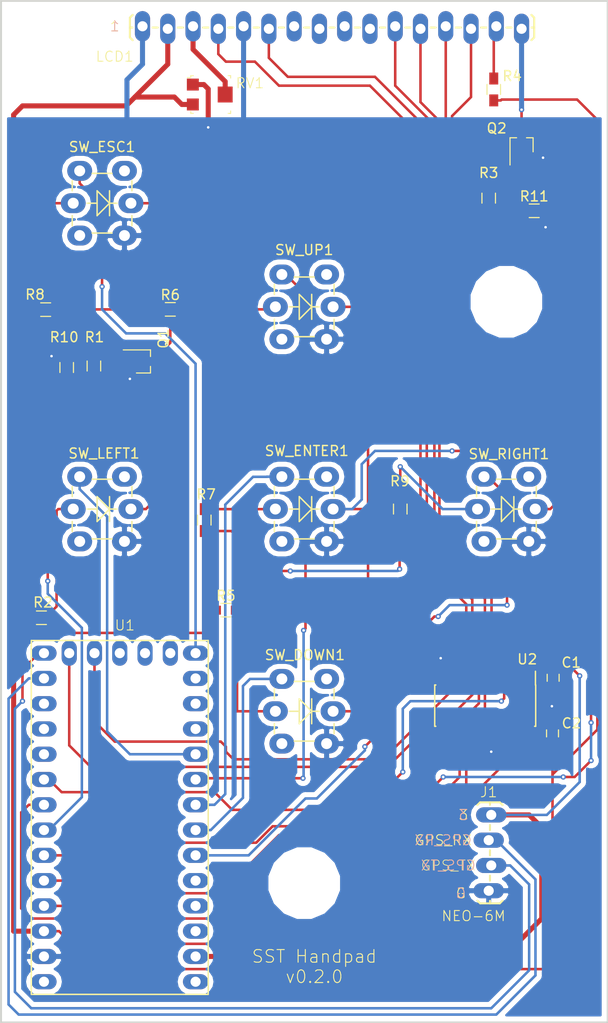
<source format=kicad_pcb>
(kicad_pcb (version 20171130) (host pcbnew 5.0.2-bee76a0~70~ubuntu18.04.1)

  (general
    (thickness 1.6)
    (drawings 18)
    (tracks 384)
    (zones 0)
    (modules 29)
    (nets 38)
  )

  (page USLetter)
  (title_block
    (title "SST Handpad")
    (date 2020-09-21)
    (rev v0.2.0)
    (company "StarSync Trackers")
  )

  (layers
    (0 F.Cu signal)
    (31 B.Cu signal)
    (32 B.Adhes user)
    (33 F.Adhes user)
    (34 B.Paste user)
    (35 F.Paste user)
    (36 B.SilkS user)
    (37 F.SilkS user)
    (38 B.Mask user)
    (39 F.Mask user)
    (40 Dwgs.User user)
    (41 Cmts.User user)
    (42 Eco1.User user)
    (43 Eco2.User user)
    (44 Edge.Cuts user)
    (45 Margin user)
    (46 B.CrtYd user)
    (47 F.CrtYd user)
    (48 B.Fab user)
    (49 F.Fab user hide)
  )

  (setup
    (last_trace_width 0.254)
    (user_trace_width 0.254)
    (user_trace_width 0.508)
    (user_trace_width 0.8128)
    (user_trace_width 2.032)
    (trace_clearance 0.1016)
    (zone_clearance 0.508)
    (zone_45_only no)
    (trace_min 0.254)
    (segment_width 0.2)
    (edge_width 0.15)
    (via_size 0.5334)
    (via_drill 0.254)
    (via_min_size 0.5334)
    (via_min_drill 0.254)
    (user_via 0.5334 0.254)
    (user_via 0.5334 0.254)
    (user_via 0.5334 0.254)
    (user_via 0.5334 0.254)
    (uvia_size 0.508)
    (uvia_drill 0.127)
    (uvias_allowed no)
    (uvia_min_size 0.2)
    (uvia_min_drill 0.1)
    (pcb_text_width 0.3)
    (pcb_text_size 1.5 1.5)
    (mod_edge_width 0.15)
    (mod_text_size 1 1)
    (mod_text_width 0.15)
    (pad_size 3.2 3.2)
    (pad_drill 3.2)
    (pad_to_mask_clearance 0.051)
    (solder_mask_min_width 0.25)
    (aux_axis_origin 0 0)
    (visible_elements FFFFFF7F)
    (pcbplotparams
      (layerselection 0x010fc_ffffffff)
      (usegerberextensions true)
      (usegerberattributes false)
      (usegerberadvancedattributes false)
      (creategerberjobfile false)
      (excludeedgelayer true)
      (linewidth 0.100000)
      (plotframeref false)
      (viasonmask false)
      (mode 1)
      (useauxorigin false)
      (hpglpennumber 1)
      (hpglpenspeed 20)
      (hpglpendiameter 15.000000)
      (psnegative false)
      (psa4output false)
      (plotreference true)
      (plotvalue true)
      (plotinvisibletext false)
      (padsonsilk false)
      (subtractmaskfromsilk false)
      (outputformat 1)
      (mirror false)
      (drillshape 0)
      (scaleselection 1)
      (outputdirectory "gerbers/"))
  )

  (net 0 "")
  (net 1 GND)
  (net 2 +5V)
  (net 3 "Net-(LCD1-Pad3)")
  (net 4 "Net-(LCD1-Pad15)")
  (net 5 "Net-(LCD1-Pad16)")
  (net 6 "Net-(Q1-Pad1)")
  (net 7 B_LEDS)
  (net 8 "Net-(Q2-Pad1)")
  (net 9 PWM_BUTTONS)
  (net 10 PWM_LCD)
  (net 11 "Net-(R5-Pad2)")
  (net 12 "Net-(R6-Pad2)")
  (net 13 "Net-(R7-Pad2)")
  (net 14 "Net-(R8-Pad2)")
  (net 15 "Net-(R9-Pad2)")
  (net 16 B_DOWN)
  (net 17 B_ENTER)
  (net 18 B_ESC)
  (net 19 B_LEFT)
  (net 20 B_RIGHT)
  (net 21 B_UP)
  (net 22 +3V3)
  (net 23 DB7LCD)
  (net 24 DB6LCD)
  (net 25 DB5LCD)
  (net 26 DB4LCD)
  (net 27 ENLCD)
  (net 28 RSLCD)
  (net 29 DB7MC)
  (net 30 DB6MC)
  (net 31 DB5MC)
  (net 32 DB4MC)
  (net 33 ENMC)
  (net 34 RSMC)
  (net 35 RXMC)
  (net 36 TXMC)
  (net 37 "Net-(R2-Pad1)")

  (net_class Default "This is the default net class."
    (clearance 0.1016)
    (trace_width 0.254)
    (via_dia 0.5334)
    (via_drill 0.254)
    (uvia_dia 0.508)
    (uvia_drill 0.127)
    (diff_pair_gap 0.254)
    (diff_pair_width 0.254)
    (add_net +3V3)
    (add_net +5V)
    (add_net B_DOWN)
    (add_net B_ENTER)
    (add_net B_ESC)
    (add_net B_LEDS)
    (add_net B_LEFT)
    (add_net B_RIGHT)
    (add_net B_UP)
    (add_net DB4LCD)
    (add_net DB4MC)
    (add_net DB5LCD)
    (add_net DB5MC)
    (add_net DB6LCD)
    (add_net DB6MC)
    (add_net DB7LCD)
    (add_net DB7MC)
    (add_net ENLCD)
    (add_net ENMC)
    (add_net GND)
    (add_net "Net-(LCD1-Pad15)")
    (add_net "Net-(LCD1-Pad16)")
    (add_net "Net-(LCD1-Pad3)")
    (add_net "Net-(Q1-Pad1)")
    (add_net "Net-(Q2-Pad1)")
    (add_net "Net-(R2-Pad1)")
    (add_net "Net-(R5-Pad2)")
    (add_net "Net-(R6-Pad2)")
    (add_net "Net-(R7-Pad2)")
    (add_net "Net-(R8-Pad2)")
    (add_net "Net-(R9-Pad2)")
    (add_net PWM_BUTTONS)
    (add_net PWM_LCD)
    (add_net RSLCD)
    (add_net RSMC)
    (add_net RXMC)
    (add_net TXMC)
  )

  (module Resistors_SMD:R_0603_HandSoldering (layer F.Cu) (tedit 58E0A804) (tstamp 5E533DB2)
    (at 156.21 46.99 270)
    (descr "Resistor SMD 0603, hand soldering")
    (tags "resistor 0603")
    (path /5E1E868C)
    (attr smd)
    (fp_text reference R4 (at -1.3495 -1.85) (layer F.SilkS)
      (effects (font (size 1 1) (thickness 0.15)))
    )
    (fp_text value 220 (at 0 1.55 270) (layer F.Fab)
      (effects (font (size 1 1) (thickness 0.15)))
    )
    (fp_text user %R (at 0 0 270) (layer F.Fab)
      (effects (font (size 0.4 0.4) (thickness 0.075)))
    )
    (fp_line (start -0.8 0.4) (end -0.8 -0.4) (layer F.Fab) (width 0.1))
    (fp_line (start 0.8 0.4) (end -0.8 0.4) (layer F.Fab) (width 0.1))
    (fp_line (start 0.8 -0.4) (end 0.8 0.4) (layer F.Fab) (width 0.1))
    (fp_line (start -0.8 -0.4) (end 0.8 -0.4) (layer F.Fab) (width 0.1))
    (fp_line (start 0.5 0.68) (end -0.5 0.68) (layer F.SilkS) (width 0.12))
    (fp_line (start -0.5 -0.68) (end 0.5 -0.68) (layer F.SilkS) (width 0.12))
    (fp_line (start -1.96 -0.7) (end 1.95 -0.7) (layer F.CrtYd) (width 0.05))
    (fp_line (start -1.96 -0.7) (end -1.96 0.7) (layer F.CrtYd) (width 0.05))
    (fp_line (start 1.95 0.7) (end 1.95 -0.7) (layer F.CrtYd) (width 0.05))
    (fp_line (start 1.95 0.7) (end -1.96 0.7) (layer F.CrtYd) (width 0.05))
    (pad 1 smd rect (at -1.1 0 270) (size 1.2 0.9) (layers F.Cu F.Paste F.Mask)
      (net 4 "Net-(LCD1-Pad15)"))
    (pad 2 smd rect (at 1.1 0 270) (size 1.2 0.9) (layers F.Cu F.Paste F.Mask)
      (net 2 +5V))
    (model ${KISYS3DMOD}/Resistors_SMD.3dshapes/R_0603.wrl
      (at (xyz 0 0 0))
      (scale (xyz 1 1 1))
      (rotate (xyz 0 0 0))
    )
  )

  (module custom_footprints:ItsyBitsyM0Exp (layer F.Cu) (tedit 5E220D4C) (tstamp 5E28374C)
    (at 118.618 120.142 90)
    (path /5E1EB73D)
    (fp_text reference U1 (at 19.304 0.508) (layer F.SilkS)
      (effects (font (size 1.016 1.016) (thickness 0.1016)))
    )
    (fp_text value AdafruitItsyM0 (at -12.7 -10.16 90) (layer F.Fab)
      (effects (font (size 1 1) (thickness 0.15)))
    )
    (fp_line (start -17.78 8.89) (end -17.78 -8.89) (layer F.SilkS) (width 0.15))
    (fp_line (start 17.78 8.89) (end -17.78 8.89) (layer F.SilkS) (width 0.15))
    (fp_line (start 17.78 8.89) (end 17.78 -8.89) (layer F.SilkS) (width 0.15))
    (fp_line (start -17.78 -8.89) (end 17.78 -8.89) (layer F.SilkS) (width 0.15))
    (pad 33 thru_hole oval (at -16.51 -7.62 90) (size 1.524 2.54) (drill 1.016) (layers *.Cu *.Mask))
    (pad 32 thru_hole oval (at -13.97 -7.62 90) (size 1.524 2.54) (drill 1.016) (layers *.Cu *.Mask)
      (net 1 GND))
    (pad 31 thru_hole oval (at -11.43 -7.62 90) (size 1.524 2.54) (drill 1.016) (layers *.Cu *.Mask)
      (net 2 +5V))
    (pad 30 thru_hole oval (at -8.89 -7.62 90) (size 1.524 2.54) (drill 1.016) (layers *.Cu *.Mask)
      (net 32 DB4MC))
    (pad 29 thru_hole oval (at -6.35 -7.62 90) (size 1.524 2.54) (drill 1.016) (layers *.Cu *.Mask)
      (net 31 DB5MC))
    (pad 28 thru_hole oval (at -3.81 -7.62 90) (size 1.524 2.54) (drill 1.016) (layers *.Cu *.Mask)
      (net 10 PWM_LCD))
    (pad 27 thru_hole oval (at -1.27 -7.62 90) (size 1.524 2.54) (drill 1.016) (layers *.Cu *.Mask)
      (net 9 PWM_BUTTONS))
    (pad 26 thru_hole oval (at 1.27 -7.62 90) (size 1.524 2.54) (drill 1.016) (layers *.Cu *.Mask)
      (net 30 DB6MC))
    (pad 25 thru_hole oval (at 3.81 -7.62 90) (size 1.524 2.54) (drill 1.016) (layers *.Cu *.Mask)
      (net 29 DB7MC))
    (pad 24 thru_hole oval (at 6.35 -7.62 90) (size 1.524 2.54) (drill 1.016) (layers *.Cu *.Mask))
    (pad 23 thru_hole oval (at 8.89 -7.62 90) (size 1.524 2.54) (drill 1.016) (layers *.Cu *.Mask))
    (pad 22 thru_hole oval (at 11.43 -7.62 90) (size 1.524 2.54) (drill 1.016) (layers *.Cu *.Mask))
    (pad 21 thru_hole oval (at 13.97 -7.62 90) (size 1.524 2.54) (drill 1.016) (layers *.Cu *.Mask)
      (net 36 TXMC))
    (pad 20 thru_hole oval (at 16.51 -7.62 90) (size 1.524 2.54) (drill 1.016) (layers *.Cu *.Mask)
      (net 35 RXMC))
    (pad 19 thru_hole oval (at 16.51 -5.08 90) (size 2.54 1.524) (drill 1.016) (layers *.Cu *.Mask)
      (net 33 ENMC))
    (pad 18 thru_hole oval (at 16.51 -2.54 90) (size 2.54 1.524) (drill 1.016) (layers *.Cu *.Mask)
      (net 34 RSMC))
    (pad 17 thru_hole oval (at 16.51 0 90) (size 2.54 1.524) (drill 1.016) (layers *.Cu *.Mask))
    (pad 16 thru_hole oval (at 16.51 2.54 90) (size 2.54 1.524) (drill 1.016) (layers *.Cu *.Mask))
    (pad 15 thru_hole oval (at 16.51 5.08 90) (size 2.54 1.524) (drill 1.016) (layers *.Cu *.Mask))
    (pad 14 thru_hole oval (at 16.51 7.62 90) (size 1.524 2.54) (drill 1.016) (layers *.Cu *.Mask)
      (net 18 B_ESC))
    (pad 13 thru_hole oval (at 13.97 7.62 90) (size 1.524 2.54) (drill 1.016) (layers *.Cu *.Mask))
    (pad 12 thru_hole oval (at 11.43 7.62 90) (size 1.524 2.54) (drill 1.016) (layers *.Cu *.Mask))
    (pad 11 thru_hole oval (at 8.89 7.62 90) (size 1.524 2.54) (drill 1.016) (layers *.Cu *.Mask))
    (pad 10 thru_hole oval (at 6.35 7.62 90) (size 1.524 2.54) (drill 1.016) (layers *.Cu *.Mask)
      (net 19 B_LEFT))
    (pad 9 thru_hole oval (at 3.81 7.62 90) (size 1.524 2.54) (drill 1.016) (layers *.Cu *.Mask)
      (net 21 B_UP))
    (pad 8 thru_hole oval (at 1.27 7.62 90) (size 1.524 2.54) (drill 1.016) (layers *.Cu *.Mask)
      (net 17 B_ENTER))
    (pad 7 thru_hole oval (at -1.27 7.62 90) (size 1.524 2.54) (drill 1.016) (layers *.Cu *.Mask)
      (net 16 B_DOWN))
    (pad 6 thru_hole oval (at -3.81 7.62 90) (size 1.524 2.54) (drill 1.016) (layers *.Cu *.Mask)
      (net 20 B_RIGHT))
    (pad 5 thru_hole oval (at -6.35 7.62 90) (size 1.524 2.54) (drill 1.016) (layers *.Cu *.Mask))
    (pad 4 thru_hole oval (at -8.89 7.62 90) (size 1.524 2.54) (drill 1.016) (layers *.Cu *.Mask))
    (pad 3 thru_hole oval (at -11.43 7.62 90) (size 1.524 2.54) (drill 1.016) (layers *.Cu *.Mask))
    (pad 2 thru_hole oval (at -13.97 7.62 90) (size 1.524 2.54) (drill 1.016) (layers *.Cu *.Mask)
      (net 22 +3V3))
    (pad 1 thru_hole oval (at -16.51 7.62 90) (size 1.524 2.54) (drill 1.016) (layers *.Cu *.Mask))
  )

  (module Capacitors_SMD:C_0603_HandSoldering (layer F.Cu) (tedit 58AA848B) (tstamp 5E533D70)
    (at 162.179 106.1085 90)
    (descr "Capacitor SMD 0603, hand soldering")
    (tags "capacitor 0603")
    (path /5E58F0D0)
    (attr smd)
    (fp_text reference C1 (at 1.5335 1.821 180) (layer F.SilkS)
      (effects (font (size 1 1) (thickness 0.15)))
    )
    (fp_text value 0.1u (at 0 1.5 90) (layer F.Fab)
      (effects (font (size 1 1) (thickness 0.15)))
    )
    (fp_text user %R (at 0 -1.25 90) (layer F.Fab)
      (effects (font (size 1 1) (thickness 0.15)))
    )
    (fp_line (start -0.8 0.4) (end -0.8 -0.4) (layer F.Fab) (width 0.1))
    (fp_line (start 0.8 0.4) (end -0.8 0.4) (layer F.Fab) (width 0.1))
    (fp_line (start 0.8 -0.4) (end 0.8 0.4) (layer F.Fab) (width 0.1))
    (fp_line (start -0.8 -0.4) (end 0.8 -0.4) (layer F.Fab) (width 0.1))
    (fp_line (start -0.35 -0.6) (end 0.35 -0.6) (layer F.SilkS) (width 0.12))
    (fp_line (start 0.35 0.6) (end -0.35 0.6) (layer F.SilkS) (width 0.12))
    (fp_line (start -1.8 -0.65) (end 1.8 -0.65) (layer F.CrtYd) (width 0.05))
    (fp_line (start -1.8 -0.65) (end -1.8 0.65) (layer F.CrtYd) (width 0.05))
    (fp_line (start 1.8 0.65) (end 1.8 -0.65) (layer F.CrtYd) (width 0.05))
    (fp_line (start 1.8 0.65) (end -1.8 0.65) (layer F.CrtYd) (width 0.05))
    (pad 1 smd rect (at -0.95 0 90) (size 1.2 0.75) (layers F.Cu F.Paste F.Mask)
      (net 1 GND))
    (pad 2 smd rect (at 0.95 0 90) (size 1.2 0.75) (layers F.Cu F.Paste F.Mask)
      (net 22 +3V3))
    (model Capacitors_SMD.3dshapes/C_0603.wrl
      (at (xyz 0 0 0))
      (scale (xyz 1 1 1))
      (rotate (xyz 0 0 0))
    )
  )

  (module Capacitors_SMD:C_0603_HandSoldering (layer F.Cu) (tedit 58AA848B) (tstamp 5E563F23)
    (at 162.1155 111.6965 270)
    (descr "Capacitor SMD 0603, hand soldering")
    (tags "capacitor 0603")
    (path /5E58F239)
    (attr smd)
    (fp_text reference C2 (at -1.016 -1.905) (layer F.SilkS)
      (effects (font (size 1 1) (thickness 0.15)))
    )
    (fp_text value 0.1u (at 0 1.5 270) (layer F.Fab)
      (effects (font (size 1 1) (thickness 0.15)))
    )
    (fp_text user %R (at 0 -1.25 270) (layer F.Fab)
      (effects (font (size 1 1) (thickness 0.15)))
    )
    (fp_line (start -0.8 0.4) (end -0.8 -0.4) (layer F.Fab) (width 0.1))
    (fp_line (start 0.8 0.4) (end -0.8 0.4) (layer F.Fab) (width 0.1))
    (fp_line (start 0.8 -0.4) (end 0.8 0.4) (layer F.Fab) (width 0.1))
    (fp_line (start -0.8 -0.4) (end 0.8 -0.4) (layer F.Fab) (width 0.1))
    (fp_line (start -0.35 -0.6) (end 0.35 -0.6) (layer F.SilkS) (width 0.12))
    (fp_line (start 0.35 0.6) (end -0.35 0.6) (layer F.SilkS) (width 0.12))
    (fp_line (start -1.8 -0.65) (end 1.8 -0.65) (layer F.CrtYd) (width 0.05))
    (fp_line (start -1.8 -0.65) (end -1.8 0.65) (layer F.CrtYd) (width 0.05))
    (fp_line (start 1.8 0.65) (end 1.8 -0.65) (layer F.CrtYd) (width 0.05))
    (fp_line (start 1.8 0.65) (end -1.8 0.65) (layer F.CrtYd) (width 0.05))
    (pad 1 smd rect (at -0.95 0 270) (size 1.2 0.75) (layers F.Cu F.Paste F.Mask)
      (net 1 GND))
    (pad 2 smd rect (at 0.95 0 270) (size 1.2 0.75) (layers F.Cu F.Paste F.Mask)
      (net 2 +5V))
    (model Capacitors_SMD.3dshapes/C_0603.wrl
      (at (xyz 0 0 0))
      (scale (xyz 1 1 1))
      (rotate (xyz 0 0 0))
    )
  )

  (module Resistors_SMD:R_0603_HandSoldering (layer F.Cu) (tedit 58E0A804) (tstamp 5E533D82)
    (at 116.018084 74.778925 270)
    (descr "Resistor SMD 0603, hand soldering")
    (tags "resistor 0603")
    (path /5E1FEF71)
    (attr smd)
    (fp_text reference R1 (at -2.896925 -0.059916) (layer F.SilkS)
      (effects (font (size 1 1) (thickness 0.15)))
    )
    (fp_text value 100 (at 0 1.55 270) (layer F.Fab)
      (effects (font (size 1 1) (thickness 0.15)))
    )
    (fp_text user %R (at 0 0 270) (layer F.Fab)
      (effects (font (size 0.4 0.4) (thickness 0.075)))
    )
    (fp_line (start -0.8 0.4) (end -0.8 -0.4) (layer F.Fab) (width 0.1))
    (fp_line (start 0.8 0.4) (end -0.8 0.4) (layer F.Fab) (width 0.1))
    (fp_line (start 0.8 -0.4) (end 0.8 0.4) (layer F.Fab) (width 0.1))
    (fp_line (start -0.8 -0.4) (end 0.8 -0.4) (layer F.Fab) (width 0.1))
    (fp_line (start 0.5 0.68) (end -0.5 0.68) (layer F.SilkS) (width 0.12))
    (fp_line (start -0.5 -0.68) (end 0.5 -0.68) (layer F.SilkS) (width 0.12))
    (fp_line (start -1.96 -0.7) (end 1.95 -0.7) (layer F.CrtYd) (width 0.05))
    (fp_line (start -1.96 -0.7) (end -1.96 0.7) (layer F.CrtYd) (width 0.05))
    (fp_line (start 1.95 0.7) (end 1.95 -0.7) (layer F.CrtYd) (width 0.05))
    (fp_line (start 1.95 0.7) (end -1.96 0.7) (layer F.CrtYd) (width 0.05))
    (pad 1 smd rect (at -1.1 0 270) (size 1.2 0.9) (layers F.Cu F.Paste F.Mask)
      (net 6 "Net-(Q1-Pad1)"))
    (pad 2 smd rect (at 1.1 0 270) (size 1.2 0.9) (layers F.Cu F.Paste F.Mask)
      (net 9 PWM_BUTTONS))
    (model ${KISYS3DMOD}/Resistors_SMD.3dshapes/R_0603.wrl
      (at (xyz 0 0 0))
      (scale (xyz 1 1 1))
      (rotate (xyz 0 0 0))
    )
  )

  (module Resistors_SMD:R_0603_HandSoldering (layer F.Cu) (tedit 58E0A804) (tstamp 5E533D92)
    (at 110.744 100.076 180)
    (descr "Resistor SMD 0603, hand soldering")
    (tags "resistor 0603")
    (path /5E1EF783)
    (attr smd)
    (fp_text reference R2 (at -0.1524 1.53924 180) (layer F.SilkS)
      (effects (font (size 1 1) (thickness 0.15)))
    )
    (fp_text value 1k (at 0 1.55 180) (layer F.Fab)
      (effects (font (size 1 1) (thickness 0.15)))
    )
    (fp_text user %R (at 0 0 180) (layer F.Fab)
      (effects (font (size 0.4 0.4) (thickness 0.075)))
    )
    (fp_line (start -0.8 0.4) (end -0.8 -0.4) (layer F.Fab) (width 0.1))
    (fp_line (start 0.8 0.4) (end -0.8 0.4) (layer F.Fab) (width 0.1))
    (fp_line (start 0.8 -0.4) (end 0.8 0.4) (layer F.Fab) (width 0.1))
    (fp_line (start -0.8 -0.4) (end 0.8 -0.4) (layer F.Fab) (width 0.1))
    (fp_line (start 0.5 0.68) (end -0.5 0.68) (layer F.SilkS) (width 0.12))
    (fp_line (start -0.5 -0.68) (end 0.5 -0.68) (layer F.SilkS) (width 0.12))
    (fp_line (start -1.96 -0.7) (end 1.95 -0.7) (layer F.CrtYd) (width 0.05))
    (fp_line (start -1.96 -0.7) (end -1.96 0.7) (layer F.CrtYd) (width 0.05))
    (fp_line (start 1.95 0.7) (end 1.95 -0.7) (layer F.CrtYd) (width 0.05))
    (fp_line (start 1.95 0.7) (end -1.96 0.7) (layer F.CrtYd) (width 0.05))
    (pad 1 smd rect (at -1.1 0 180) (size 1.2 0.9) (layers F.Cu F.Paste F.Mask)
      (net 37 "Net-(R2-Pad1)"))
    (pad 2 smd rect (at 1.1 0 180) (size 1.2 0.9) (layers F.Cu F.Paste F.Mask)
      (net 2 +5V))
    (model ${KISYS3DMOD}/Resistors_SMD.3dshapes/R_0603.wrl
      (at (xyz 0 0 0))
      (scale (xyz 1 1 1))
      (rotate (xyz 0 0 0))
    )
  )

  (module Resistors_SMD:R_0603_HandSoldering (layer F.Cu) (tedit 58E0A804) (tstamp 5E533DA2)
    (at 155.702 57.912 270)
    (descr "Resistor SMD 0603, hand soldering")
    (tags "resistor 0603")
    (path /5E1FB20F)
    (attr smd)
    (fp_text reference R3 (at -2.54 0) (layer F.SilkS)
      (effects (font (size 1 1) (thickness 0.15)))
    )
    (fp_text value 100 (at 0 1.55 270) (layer F.Fab)
      (effects (font (size 1 1) (thickness 0.15)))
    )
    (fp_text user %R (at 0 0 270) (layer F.Fab)
      (effects (font (size 0.4 0.4) (thickness 0.075)))
    )
    (fp_line (start -0.8 0.4) (end -0.8 -0.4) (layer F.Fab) (width 0.1))
    (fp_line (start 0.8 0.4) (end -0.8 0.4) (layer F.Fab) (width 0.1))
    (fp_line (start 0.8 -0.4) (end 0.8 0.4) (layer F.Fab) (width 0.1))
    (fp_line (start -0.8 -0.4) (end 0.8 -0.4) (layer F.Fab) (width 0.1))
    (fp_line (start 0.5 0.68) (end -0.5 0.68) (layer F.SilkS) (width 0.12))
    (fp_line (start -0.5 -0.68) (end 0.5 -0.68) (layer F.SilkS) (width 0.12))
    (fp_line (start -1.96 -0.7) (end 1.95 -0.7) (layer F.CrtYd) (width 0.05))
    (fp_line (start -1.96 -0.7) (end -1.96 0.7) (layer F.CrtYd) (width 0.05))
    (fp_line (start 1.95 0.7) (end 1.95 -0.7) (layer F.CrtYd) (width 0.05))
    (fp_line (start 1.95 0.7) (end -1.96 0.7) (layer F.CrtYd) (width 0.05))
    (pad 1 smd rect (at -1.1 0 270) (size 1.2 0.9) (layers F.Cu F.Paste F.Mask)
      (net 8 "Net-(Q2-Pad1)"))
    (pad 2 smd rect (at 1.1 0 270) (size 1.2 0.9) (layers F.Cu F.Paste F.Mask)
      (net 10 PWM_LCD))
    (model ${KISYS3DMOD}/Resistors_SMD.3dshapes/R_0603.wrl
      (at (xyz 0 0 0))
      (scale (xyz 1 1 1))
      (rotate (xyz 0 0 0))
    )
  )

  (module Resistors_SMD:R_0603_HandSoldering (layer F.Cu) (tedit 58E0A804) (tstamp 5E533DC2)
    (at 129.286 99.314)
    (descr "Resistor SMD 0603, hand soldering")
    (tags "resistor 0603")
    (path /5E1EE699)
    (attr smd)
    (fp_text reference R5 (at 0 -1.45) (layer F.SilkS)
      (effects (font (size 1 1) (thickness 0.15)))
    )
    (fp_text value 1k (at 0 1.55) (layer F.Fab)
      (effects (font (size 1 1) (thickness 0.15)))
    )
    (fp_text user %R (at 0 0) (layer F.Fab)
      (effects (font (size 0.4 0.4) (thickness 0.075)))
    )
    (fp_line (start -0.8 0.4) (end -0.8 -0.4) (layer F.Fab) (width 0.1))
    (fp_line (start 0.8 0.4) (end -0.8 0.4) (layer F.Fab) (width 0.1))
    (fp_line (start 0.8 -0.4) (end 0.8 0.4) (layer F.Fab) (width 0.1))
    (fp_line (start -0.8 -0.4) (end 0.8 -0.4) (layer F.Fab) (width 0.1))
    (fp_line (start 0.5 0.68) (end -0.5 0.68) (layer F.SilkS) (width 0.12))
    (fp_line (start -0.5 -0.68) (end 0.5 -0.68) (layer F.SilkS) (width 0.12))
    (fp_line (start -1.96 -0.7) (end 1.95 -0.7) (layer F.CrtYd) (width 0.05))
    (fp_line (start -1.96 -0.7) (end -1.96 0.7) (layer F.CrtYd) (width 0.05))
    (fp_line (start 1.95 0.7) (end 1.95 -0.7) (layer F.CrtYd) (width 0.05))
    (fp_line (start 1.95 0.7) (end -1.96 0.7) (layer F.CrtYd) (width 0.05))
    (pad 1 smd rect (at -1.1 0) (size 1.2 0.9) (layers F.Cu F.Paste F.Mask)
      (net 2 +5V))
    (pad 2 smd rect (at 1.1 0) (size 1.2 0.9) (layers F.Cu F.Paste F.Mask)
      (net 11 "Net-(R5-Pad2)"))
    (model ${KISYS3DMOD}/Resistors_SMD.3dshapes/R_0603.wrl
      (at (xyz 0 0 0))
      (scale (xyz 1 1 1))
      (rotate (xyz 0 0 0))
    )
  )

  (module Resistors_SMD:R_0603_HandSoldering (layer F.Cu) (tedit 58E0A804) (tstamp 5EE641E9)
    (at 123.698 69.088)
    (descr "Resistor SMD 0603, hand soldering")
    (tags "resistor 0603")
    (path /5E1EE945)
    (attr smd)
    (fp_text reference R6 (at 0 -1.45) (layer F.SilkS)
      (effects (font (size 1 1) (thickness 0.15)))
    )
    (fp_text value 1k (at 0 1.55) (layer F.Fab)
      (effects (font (size 1 1) (thickness 0.15)))
    )
    (fp_text user %R (at 0 0) (layer F.Fab)
      (effects (font (size 0.4 0.4) (thickness 0.075)))
    )
    (fp_line (start -0.8 0.4) (end -0.8 -0.4) (layer F.Fab) (width 0.1))
    (fp_line (start 0.8 0.4) (end -0.8 0.4) (layer F.Fab) (width 0.1))
    (fp_line (start 0.8 -0.4) (end 0.8 0.4) (layer F.Fab) (width 0.1))
    (fp_line (start -0.8 -0.4) (end 0.8 -0.4) (layer F.Fab) (width 0.1))
    (fp_line (start 0.5 0.68) (end -0.5 0.68) (layer F.SilkS) (width 0.12))
    (fp_line (start -0.5 -0.68) (end 0.5 -0.68) (layer F.SilkS) (width 0.12))
    (fp_line (start -1.96 -0.7) (end 1.95 -0.7) (layer F.CrtYd) (width 0.05))
    (fp_line (start -1.96 -0.7) (end -1.96 0.7) (layer F.CrtYd) (width 0.05))
    (fp_line (start 1.95 0.7) (end 1.95 -0.7) (layer F.CrtYd) (width 0.05))
    (fp_line (start 1.95 0.7) (end -1.96 0.7) (layer F.CrtYd) (width 0.05))
    (pad 1 smd rect (at -1.1 0) (size 1.2 0.9) (layers F.Cu F.Paste F.Mask)
      (net 2 +5V))
    (pad 2 smd rect (at 1.1 0) (size 1.2 0.9) (layers F.Cu F.Paste F.Mask)
      (net 12 "Net-(R6-Pad2)"))
    (model ${KISYS3DMOD}/Resistors_SMD.3dshapes/R_0603.wrl
      (at (xyz 0 0 0))
      (scale (xyz 1 1 1))
      (rotate (xyz 0 0 0))
    )
  )

  (module Resistors_SMD:R_0603_HandSoldering (layer F.Cu) (tedit 58E0A804) (tstamp 5E533DE2)
    (at 127.11176 90.26144 90)
    (descr "Resistor SMD 0603, hand soldering")
    (tags "resistor 0603")
    (path /5E1EF636)
    (attr smd)
    (fp_text reference R7 (at 2.58572 0.18288 180) (layer F.SilkS)
      (effects (font (size 1 1) (thickness 0.15)))
    )
    (fp_text value 1k (at 0 1.55 90) (layer F.Fab)
      (effects (font (size 1 1) (thickness 0.15)))
    )
    (fp_text user %R (at 0 0 90) (layer F.Fab)
      (effects (font (size 0.4 0.4) (thickness 0.075)))
    )
    (fp_line (start -0.8 0.4) (end -0.8 -0.4) (layer F.Fab) (width 0.1))
    (fp_line (start 0.8 0.4) (end -0.8 0.4) (layer F.Fab) (width 0.1))
    (fp_line (start 0.8 -0.4) (end 0.8 0.4) (layer F.Fab) (width 0.1))
    (fp_line (start -0.8 -0.4) (end 0.8 -0.4) (layer F.Fab) (width 0.1))
    (fp_line (start 0.5 0.68) (end -0.5 0.68) (layer F.SilkS) (width 0.12))
    (fp_line (start -0.5 -0.68) (end 0.5 -0.68) (layer F.SilkS) (width 0.12))
    (fp_line (start -1.96 -0.7) (end 1.95 -0.7) (layer F.CrtYd) (width 0.05))
    (fp_line (start -1.96 -0.7) (end -1.96 0.7) (layer F.CrtYd) (width 0.05))
    (fp_line (start 1.95 0.7) (end 1.95 -0.7) (layer F.CrtYd) (width 0.05))
    (fp_line (start 1.95 0.7) (end -1.96 0.7) (layer F.CrtYd) (width 0.05))
    (pad 1 smd rect (at -1.1 0 90) (size 1.2 0.9) (layers F.Cu F.Paste F.Mask)
      (net 2 +5V))
    (pad 2 smd rect (at 1.1 0 90) (size 1.2 0.9) (layers F.Cu F.Paste F.Mask)
      (net 13 "Net-(R7-Pad2)"))
    (model ${KISYS3DMOD}/Resistors_SMD.3dshapes/R_0603.wrl
      (at (xyz 0 0 0))
      (scale (xyz 1 1 1))
      (rotate (xyz 0 0 0))
    )
  )

  (module Resistors_SMD:R_0603_HandSoldering (layer F.Cu) (tedit 58E0A804) (tstamp 5E533DF2)
    (at 111.17072 69.1134 180)
    (descr "Resistor SMD 0603, hand soldering")
    (tags "resistor 0603")
    (path /5E1EE55A)
    (attr smd)
    (fp_text reference R8 (at 1.07072 1.5134 180) (layer F.SilkS)
      (effects (font (size 1 1) (thickness 0.15)))
    )
    (fp_text value 1k (at 0 1.55 180) (layer F.Fab)
      (effects (font (size 1 1) (thickness 0.15)))
    )
    (fp_text user %R (at 0 0 180) (layer F.Fab)
      (effects (font (size 0.4 0.4) (thickness 0.075)))
    )
    (fp_line (start -0.8 0.4) (end -0.8 -0.4) (layer F.Fab) (width 0.1))
    (fp_line (start 0.8 0.4) (end -0.8 0.4) (layer F.Fab) (width 0.1))
    (fp_line (start 0.8 -0.4) (end 0.8 0.4) (layer F.Fab) (width 0.1))
    (fp_line (start -0.8 -0.4) (end 0.8 -0.4) (layer F.Fab) (width 0.1))
    (fp_line (start 0.5 0.68) (end -0.5 0.68) (layer F.SilkS) (width 0.12))
    (fp_line (start -0.5 -0.68) (end 0.5 -0.68) (layer F.SilkS) (width 0.12))
    (fp_line (start -1.96 -0.7) (end 1.95 -0.7) (layer F.CrtYd) (width 0.05))
    (fp_line (start -1.96 -0.7) (end -1.96 0.7) (layer F.CrtYd) (width 0.05))
    (fp_line (start 1.95 0.7) (end 1.95 -0.7) (layer F.CrtYd) (width 0.05))
    (fp_line (start 1.95 0.7) (end -1.96 0.7) (layer F.CrtYd) (width 0.05))
    (pad 1 smd rect (at -1.1 0 180) (size 1.2 0.9) (layers F.Cu F.Paste F.Mask)
      (net 2 +5V))
    (pad 2 smd rect (at 1.1 0 180) (size 1.2 0.9) (layers F.Cu F.Paste F.Mask)
      (net 14 "Net-(R8-Pad2)"))
    (model ${KISYS3DMOD}/Resistors_SMD.3dshapes/R_0603.wrl
      (at (xyz 0 0 0))
      (scale (xyz 1 1 1))
      (rotate (xyz 0 0 0))
    )
  )

  (module Resistors_SMD:R_0603_HandSoldering (layer F.Cu) (tedit 58E0A804) (tstamp 5E533E02)
    (at 146.812 89.154 90)
    (descr "Resistor SMD 0603, hand soldering")
    (tags "resistor 0603")
    (path /5E1EDB1C)
    (attr smd)
    (fp_text reference R9 (at 2.79908 -0.04572 180) (layer F.SilkS)
      (effects (font (size 1 1) (thickness 0.15)))
    )
    (fp_text value 1k (at 0 1.55 90) (layer F.Fab)
      (effects (font (size 1 1) (thickness 0.15)))
    )
    (fp_text user %R (at 0 0 90) (layer F.Fab)
      (effects (font (size 0.4 0.4) (thickness 0.075)))
    )
    (fp_line (start -0.8 0.4) (end -0.8 -0.4) (layer F.Fab) (width 0.1))
    (fp_line (start 0.8 0.4) (end -0.8 0.4) (layer F.Fab) (width 0.1))
    (fp_line (start 0.8 -0.4) (end 0.8 0.4) (layer F.Fab) (width 0.1))
    (fp_line (start -0.8 -0.4) (end 0.8 -0.4) (layer F.Fab) (width 0.1))
    (fp_line (start 0.5 0.68) (end -0.5 0.68) (layer F.SilkS) (width 0.12))
    (fp_line (start -0.5 -0.68) (end 0.5 -0.68) (layer F.SilkS) (width 0.12))
    (fp_line (start -1.96 -0.7) (end 1.95 -0.7) (layer F.CrtYd) (width 0.05))
    (fp_line (start -1.96 -0.7) (end -1.96 0.7) (layer F.CrtYd) (width 0.05))
    (fp_line (start 1.95 0.7) (end 1.95 -0.7) (layer F.CrtYd) (width 0.05))
    (fp_line (start 1.95 0.7) (end -1.96 0.7) (layer F.CrtYd) (width 0.05))
    (pad 1 smd rect (at -1.1 0 90) (size 1.2 0.9) (layers F.Cu F.Paste F.Mask)
      (net 2 +5V))
    (pad 2 smd rect (at 1.1 0 90) (size 1.2 0.9) (layers F.Cu F.Paste F.Mask)
      (net 15 "Net-(R9-Pad2)"))
    (model ${KISYS3DMOD}/Resistors_SMD.3dshapes/R_0603.wrl
      (at (xyz 0 0 0))
      (scale (xyz 1 1 1))
      (rotate (xyz 0 0 0))
    )
  )

  (module Resistors_SMD:R_0603_HandSoldering (layer F.Cu) (tedit 58E0A804) (tstamp 5E533E12)
    (at 113.284 74.93 90)
    (descr "Resistor SMD 0603, hand soldering")
    (tags "resistor 0603")
    (path /5E328B34)
    (attr smd)
    (fp_text reference R10 (at 3.048 -0.254 180) (layer F.SilkS)
      (effects (font (size 1 1) (thickness 0.15)))
    )
    (fp_text value 1M (at 0 1.55 90) (layer F.Fab)
      (effects (font (size 1 1) (thickness 0.15)))
    )
    (fp_text user %R (at 0 0 90) (layer F.Fab)
      (effects (font (size 0.4 0.4) (thickness 0.075)))
    )
    (fp_line (start -0.8 0.4) (end -0.8 -0.4) (layer F.Fab) (width 0.1))
    (fp_line (start 0.8 0.4) (end -0.8 0.4) (layer F.Fab) (width 0.1))
    (fp_line (start 0.8 -0.4) (end 0.8 0.4) (layer F.Fab) (width 0.1))
    (fp_line (start -0.8 -0.4) (end 0.8 -0.4) (layer F.Fab) (width 0.1))
    (fp_line (start 0.5 0.68) (end -0.5 0.68) (layer F.SilkS) (width 0.12))
    (fp_line (start -0.5 -0.68) (end 0.5 -0.68) (layer F.SilkS) (width 0.12))
    (fp_line (start -1.96 -0.7) (end 1.95 -0.7) (layer F.CrtYd) (width 0.05))
    (fp_line (start -1.96 -0.7) (end -1.96 0.7) (layer F.CrtYd) (width 0.05))
    (fp_line (start 1.95 0.7) (end 1.95 -0.7) (layer F.CrtYd) (width 0.05))
    (fp_line (start 1.95 0.7) (end -1.96 0.7) (layer F.CrtYd) (width 0.05))
    (pad 1 smd rect (at -1.1 0 90) (size 1.2 0.9) (layers F.Cu F.Paste F.Mask)
      (net 9 PWM_BUTTONS))
    (pad 2 smd rect (at 1.1 0 90) (size 1.2 0.9) (layers F.Cu F.Paste F.Mask)
      (net 1 GND))
    (model ${KISYS3DMOD}/Resistors_SMD.3dshapes/R_0603.wrl
      (at (xyz 0 0 0))
      (scale (xyz 1 1 1))
      (rotate (xyz 0 0 0))
    )
  )

  (module Resistors_SMD:R_0603_HandSoldering (layer F.Cu) (tedit 58E0A804) (tstamp 5E533E22)
    (at 160.274 59.182)
    (descr "Resistor SMD 0603, hand soldering")
    (tags "resistor 0603")
    (path /5E347035)
    (attr smd)
    (fp_text reference R11 (at 0 -1.45) (layer F.SilkS)
      (effects (font (size 1 1) (thickness 0.15)))
    )
    (fp_text value 1M (at 0 1.55) (layer F.Fab)
      (effects (font (size 1 1) (thickness 0.15)))
    )
    (fp_text user %R (at 0 0) (layer F.Fab)
      (effects (font (size 0.4 0.4) (thickness 0.075)))
    )
    (fp_line (start -0.8 0.4) (end -0.8 -0.4) (layer F.Fab) (width 0.1))
    (fp_line (start 0.8 0.4) (end -0.8 0.4) (layer F.Fab) (width 0.1))
    (fp_line (start 0.8 -0.4) (end 0.8 0.4) (layer F.Fab) (width 0.1))
    (fp_line (start -0.8 -0.4) (end 0.8 -0.4) (layer F.Fab) (width 0.1))
    (fp_line (start 0.5 0.68) (end -0.5 0.68) (layer F.SilkS) (width 0.12))
    (fp_line (start -0.5 -0.68) (end 0.5 -0.68) (layer F.SilkS) (width 0.12))
    (fp_line (start -1.96 -0.7) (end 1.95 -0.7) (layer F.CrtYd) (width 0.05))
    (fp_line (start -1.96 -0.7) (end -1.96 0.7) (layer F.CrtYd) (width 0.05))
    (fp_line (start 1.95 0.7) (end 1.95 -0.7) (layer F.CrtYd) (width 0.05))
    (fp_line (start 1.95 0.7) (end -1.96 0.7) (layer F.CrtYd) (width 0.05))
    (pad 1 smd rect (at -1.1 0) (size 1.2 0.9) (layers F.Cu F.Paste F.Mask)
      (net 10 PWM_LCD))
    (pad 2 smd rect (at 1.1 0) (size 1.2 0.9) (layers F.Cu F.Paste F.Mask)
      (net 1 GND))
    (model ${KISYS3DMOD}/Resistors_SMD.3dshapes/R_0603.wrl
      (at (xyz 0 0 0))
      (scale (xyz 1 1 1))
      (rotate (xyz 0 0 0))
    )
  )

  (module Housings_SOIC:SOIC-16_3.9x9.9mm_Pitch1.27mm (layer F.Cu) (tedit 58CC8F64) (tstamp 5E533E56)
    (at 155.350454 108.907708 270)
    (descr "16-Lead Plastic Small Outline (SL) - Narrow, 3.90 mm Body [SOIC] (see Microchip Packaging Specification 00000049BS.pdf)")
    (tags "SOIC 1.27")
    (path /5E52347A)
    (attr smd)
    (fp_text reference U2 (at -4.657708 -4.224546) (layer F.SilkS)
      (effects (font (size 1 1) (thickness 0.15)))
    )
    (fp_text value MC14504B (at 0 6 270) (layer F.Fab)
      (effects (font (size 1 1) (thickness 0.15)))
    )
    (fp_text user %R (at 0 0 270) (layer F.Fab)
      (effects (font (size 0.9 0.9) (thickness 0.135)))
    )
    (fp_line (start -0.95 -4.95) (end 1.95 -4.95) (layer F.Fab) (width 0.15))
    (fp_line (start 1.95 -4.95) (end 1.95 4.95) (layer F.Fab) (width 0.15))
    (fp_line (start 1.95 4.95) (end -1.95 4.95) (layer F.Fab) (width 0.15))
    (fp_line (start -1.95 4.95) (end -1.95 -3.95) (layer F.Fab) (width 0.15))
    (fp_line (start -1.95 -3.95) (end -0.95 -4.95) (layer F.Fab) (width 0.15))
    (fp_line (start -3.7 -5.25) (end -3.7 5.25) (layer F.CrtYd) (width 0.05))
    (fp_line (start 3.7 -5.25) (end 3.7 5.25) (layer F.CrtYd) (width 0.05))
    (fp_line (start -3.7 -5.25) (end 3.7 -5.25) (layer F.CrtYd) (width 0.05))
    (fp_line (start -3.7 5.25) (end 3.7 5.25) (layer F.CrtYd) (width 0.05))
    (fp_line (start -2.075 -5.075) (end -2.075 -5.05) (layer F.SilkS) (width 0.15))
    (fp_line (start 2.075 -5.075) (end 2.075 -4.97) (layer F.SilkS) (width 0.15))
    (fp_line (start 2.075 5.075) (end 2.075 4.97) (layer F.SilkS) (width 0.15))
    (fp_line (start -2.075 5.075) (end -2.075 4.97) (layer F.SilkS) (width 0.15))
    (fp_line (start -2.075 -5.075) (end 2.075 -5.075) (layer F.SilkS) (width 0.15))
    (fp_line (start -2.075 5.075) (end 2.075 5.075) (layer F.SilkS) (width 0.15))
    (fp_line (start -2.075 -5.05) (end -3.45 -5.05) (layer F.SilkS) (width 0.15))
    (pad 1 smd rect (at -2.7 -4.445 270) (size 1.5 0.6) (layers F.Cu F.Paste F.Mask)
      (net 22 +3V3))
    (pad 2 smd rect (at -2.7 -3.175 270) (size 1.5 0.6) (layers F.Cu F.Paste F.Mask)
      (net 23 DB7LCD))
    (pad 3 smd rect (at -2.7 -1.905 270) (size 1.5 0.6) (layers F.Cu F.Paste F.Mask)
      (net 29 DB7MC))
    (pad 4 smd rect (at -2.7 -0.635 270) (size 1.5 0.6) (layers F.Cu F.Paste F.Mask)
      (net 25 DB5LCD))
    (pad 5 smd rect (at -2.7 0.635 270) (size 1.5 0.6) (layers F.Cu F.Paste F.Mask)
      (net 31 DB5MC))
    (pad 6 smd rect (at -2.7 1.905 270) (size 1.5 0.6) (layers F.Cu F.Paste F.Mask)
      (net 28 RSLCD))
    (pad 7 smd rect (at -2.7 3.175 270) (size 1.5 0.6) (layers F.Cu F.Paste F.Mask)
      (net 34 RSMC))
    (pad 8 smd rect (at -2.7 4.445 270) (size 1.5 0.6) (layers F.Cu F.Paste F.Mask)
      (net 1 GND))
    (pad 9 smd rect (at 2.7 4.445 270) (size 1.5 0.6) (layers F.Cu F.Paste F.Mask)
      (net 33 ENMC))
    (pad 10 smd rect (at 2.7 3.175 270) (size 1.5 0.6) (layers F.Cu F.Paste F.Mask)
      (net 27 ENLCD))
    (pad 11 smd rect (at 2.7 1.905 270) (size 1.5 0.6) (layers F.Cu F.Paste F.Mask)
      (net 32 DB4MC))
    (pad 12 smd rect (at 2.7 0.635 270) (size 1.5 0.6) (layers F.Cu F.Paste F.Mask)
      (net 26 DB4LCD))
    (pad 13 smd rect (at 2.7 -0.635 270) (size 1.5 0.6) (layers F.Cu F.Paste F.Mask)
      (net 1 GND))
    (pad 14 smd rect (at 2.7 -1.905 270) (size 1.5 0.6) (layers F.Cu F.Paste F.Mask)
      (net 30 DB6MC))
    (pad 15 smd rect (at 2.7 -3.175 270) (size 1.5 0.6) (layers F.Cu F.Paste F.Mask)
      (net 24 DB6LCD))
    (pad 16 smd rect (at 2.7 -4.445 270) (size 1.5 0.6) (layers F.Cu F.Paste F.Mask)
      (net 2 +5V))
    (model ${KISYS3DMOD}/Housings_SOIC.3dshapes/SOIC-16_3.9x9.9mm_Pitch1.27mm.wrl
      (at (xyz 0 0 0))
      (scale (xyz 1 1 1))
      (rotate (xyz 0 0 0))
    )
  )

  (module TO_SOT_Packages_SMD:SOT-323_SC-70_Handsoldering (layer F.Cu) (tedit 58CE4E7F) (tstamp 5E563BD8)
    (at 120.971084 74.321725)
    (descr "SOT-323, SC-70 Handsoldering")
    (tags "SOT-323 SC-70 Handsoldering")
    (path /5E320154)
    (attr smd)
    (fp_text reference Q1 (at 2.041 -2.2908 90) (layer F.SilkS)
      (effects (font (size 1 1) (thickness 0.15)))
    )
    (fp_text value 2N7002PW (at 0 2.05) (layer F.Fab)
      (effects (font (size 1 1) (thickness 0.15)))
    )
    (fp_text user %R (at 0 0 90) (layer F.Fab)
      (effects (font (size 0.5 0.5) (thickness 0.075)))
    )
    (fp_line (start 0.735 0.5) (end 0.735 1.16) (layer F.SilkS) (width 0.12))
    (fp_line (start 0.735 -1.17) (end 0.735 -0.5) (layer F.SilkS) (width 0.12))
    (fp_line (start 2.4 1.3) (end -2.4 1.3) (layer F.CrtYd) (width 0.05))
    (fp_line (start 2.4 -1.3) (end 2.4 1.3) (layer F.CrtYd) (width 0.05))
    (fp_line (start -2.4 -1.3) (end 2.4 -1.3) (layer F.CrtYd) (width 0.05))
    (fp_line (start -2.4 1.3) (end -2.4 -1.3) (layer F.CrtYd) (width 0.05))
    (fp_line (start 0.735 -1.16) (end -2 -1.16) (layer F.SilkS) (width 0.12))
    (fp_line (start -0.675 1.16) (end 0.735 1.16) (layer F.SilkS) (width 0.12))
    (fp_line (start 0.675 -1.1) (end -0.175 -1.1) (layer F.Fab) (width 0.1))
    (fp_line (start -0.675 -0.6) (end -0.675 1.1) (layer F.Fab) (width 0.1))
    (fp_line (start 0.675 -1.1) (end 0.675 1.1) (layer F.Fab) (width 0.1))
    (fp_line (start 0.675 1.1) (end -0.675 1.1) (layer F.Fab) (width 0.1))
    (fp_line (start -0.175 -1.1) (end -0.675 -0.6) (layer F.Fab) (width 0.1))
    (pad 1 smd rect (at -1.33 -0.65 270) (size 0.45 1.5) (layers F.Cu F.Paste F.Mask)
      (net 6 "Net-(Q1-Pad1)"))
    (pad 2 smd rect (at -1.33 0.65 270) (size 0.45 1.5) (layers F.Cu F.Paste F.Mask)
      (net 1 GND))
    (pad 3 smd rect (at 1.33 0 270) (size 0.45 1.5) (layers F.Cu F.Paste F.Mask)
      (net 7 B_LEDS))
    (model ${KISYS3DMOD}/TO_SOT_Packages_SMD.3dshapes/SOT-323_SC-70.wrl
      (at (xyz 0 0 0))
      (scale (xyz 1 1 1))
      (rotate (xyz 0 0 0))
    )
  )

  (module TO_SOT_Packages_SMD:SOT-323_SC-70_Handsoldering (layer F.Cu) (tedit 58CE4E7F) (tstamp 5E563BEC)
    (at 159.004 52.578 90)
    (descr "SOT-323, SC-70 Handsoldering")
    (tags "SOT-323 SC-70 Handsoldering")
    (path /5E3287F2)
    (attr smd)
    (fp_text reference Q2 (at 1.684 -2.50268 180) (layer F.SilkS)
      (effects (font (size 1 1) (thickness 0.15)))
    )
    (fp_text value 2N7002PW (at 0 2.05 90) (layer F.Fab)
      (effects (font (size 1 1) (thickness 0.15)))
    )
    (fp_line (start -0.175 -1.1) (end -0.675 -0.6) (layer F.Fab) (width 0.1))
    (fp_line (start 0.675 1.1) (end -0.675 1.1) (layer F.Fab) (width 0.1))
    (fp_line (start 0.675 -1.1) (end 0.675 1.1) (layer F.Fab) (width 0.1))
    (fp_line (start -0.675 -0.6) (end -0.675 1.1) (layer F.Fab) (width 0.1))
    (fp_line (start 0.675 -1.1) (end -0.175 -1.1) (layer F.Fab) (width 0.1))
    (fp_line (start -0.675 1.16) (end 0.735 1.16) (layer F.SilkS) (width 0.12))
    (fp_line (start 0.735 -1.16) (end -2 -1.16) (layer F.SilkS) (width 0.12))
    (fp_line (start -2.4 1.3) (end -2.4 -1.3) (layer F.CrtYd) (width 0.05))
    (fp_line (start -2.4 -1.3) (end 2.4 -1.3) (layer F.CrtYd) (width 0.05))
    (fp_line (start 2.4 -1.3) (end 2.4 1.3) (layer F.CrtYd) (width 0.05))
    (fp_line (start 2.4 1.3) (end -2.4 1.3) (layer F.CrtYd) (width 0.05))
    (fp_line (start 0.735 -1.17) (end 0.735 -0.5) (layer F.SilkS) (width 0.12))
    (fp_line (start 0.735 0.5) (end 0.735 1.16) (layer F.SilkS) (width 0.12))
    (fp_text user %R (at 0 0 180) (layer F.Fab)
      (effects (font (size 0.5 0.5) (thickness 0.075)))
    )
    (pad 3 smd rect (at 1.33 0) (size 0.45 1.5) (layers F.Cu F.Paste F.Mask)
      (net 5 "Net-(LCD1-Pad16)"))
    (pad 2 smd rect (at -1.33 0.65) (size 0.45 1.5) (layers F.Cu F.Paste F.Mask)
      (net 1 GND))
    (pad 1 smd rect (at -1.33 -0.65) (size 0.45 1.5) (layers F.Cu F.Paste F.Mask)
      (net 8 "Net-(Q2-Pad1)"))
    (model ${KISYS3DMOD}/TO_SOT_Packages_SMD.3dshapes/SOT-323_SC-70.wrl
      (at (xyz 0 0 0))
      (scale (xyz 1 1 1))
      (rotate (xyz 0 0 0))
    )
  )

  (module Connectors:1X04_LOCK_LONGPADS (layer F.Cu) (tedit 5E6C10F2) (tstamp 5E6D9A89)
    (at 155.702 127.508 90)
    (descr "PLATED THROUGH HOLE - 4 PIN LONG PADS W/ LOCKING FOOTPRINT")
    (tags "PLATED THROUGH HOLE - 4 PIN LONG PADS W/ LOCKING FOOTPRINT")
    (path /5E6D450A)
    (attr virtual)
    (fp_text reference J1 (at 9.906 0 180) (layer F.SilkS)
      (effects (font (size 1.016 1.016) (thickness 0.1016)))
    )
    (fp_text value NEO-6M (at -2.54 -1.524 180) (layer F.SilkS)
      (effects (font (size 1.016 1.016) (thickness 0.1016)))
    )
    (fp_line (start 1.524 0.127) (end 1.016 0.127) (layer F.SilkS) (width 0.2032))
    (fp_line (start 4.064 0.127) (end 3.556 0.127) (layer F.SilkS) (width 0.2032))
    (fp_line (start 6.604 0.127) (end 6.096 0.127) (layer F.SilkS) (width 0.2032))
    (fp_line (start -1.27 0.127) (end -1.016 0.127) (layer F.SilkS) (width 0.2032))
    (fp_line (start -1.27 0.127) (end -1.27 -0.8636) (layer F.SilkS) (width 0.2032))
    (fp_line (start -1.27 -0.8636) (end -0.9906 -1.143) (layer F.SilkS) (width 0.2032))
    (fp_line (start -1.27 0.127) (end -1.27 1.1176) (layer F.SilkS) (width 0.2032))
    (fp_line (start -1.27 1.1176) (end -0.9906 1.397) (layer F.SilkS) (width 0.2032))
    (fp_line (start 8.89 0.127) (end 8.636 0.127) (layer F.SilkS) (width 0.2032))
    (fp_line (start 8.89 0.127) (end 8.89 1.1176) (layer F.SilkS) (width 0.2032))
    (fp_line (start 8.89 1.1176) (end 8.6106 1.397) (layer F.SilkS) (width 0.2032))
    (fp_line (start 8.89 0.127) (end 8.89 -0.8636) (layer F.SilkS) (width 0.2032))
    (fp_line (start 8.89 -0.8636) (end 8.6106 -1.143) (layer F.SilkS) (width 0.2032))
    (pad 1 thru_hole oval (at 0 0 270) (size 1.524 3.048) (drill 1.016) (layers *.Cu *.Mask)
      (net 1 GND) (solder_mask_margin 0.1016))
    (pad 2 thru_hole oval (at 2.54 0.254 270) (size 1.524 3.048) (drill 1.016) (layers *.Cu *.Mask)
      (net 35 RXMC) (solder_mask_margin 0.1016))
    (pad 3 thru_hole oval (at 5.08 0 270) (size 1.524 3.048) (drill 1.016) (layers *.Cu *.Mask)
      (net 36 TXMC) (solder_mask_margin 0.1016))
    (pad 4 thru_hole oval (at 7.62 0.254 270) (size 1.524 3.048) (drill 1.016) (layers *.Cu *.Mask)
      (net 22 +3V3) (solder_mask_margin 0.1016))
  )

  (module Connectors:1X16_LOCK_LONGPADS (layer F.Cu) (tedit 5E6C0B56) (tstamp 5E6F20DA)
    (at 120.904 40.767)
    (descr "PLATED THROUGH HOLE -16 PIN LOCKING FOOTPRINT W/ LONG PADS")
    (tags "PLATED THROUGH HOLE -16 PIN LOCKING FOOTPRINT W/ LONG PADS")
    (path /5E1EA2BB)
    (attr virtual)
    (fp_text reference LCD1 (at -2.794 2.921) (layer F.SilkS)
      (effects (font (size 1.016 1.016) (thickness 0.1016)))
    )
    (fp_text value LCD20x4 (at 0 2.3622) (layer F.SilkS) hide
      (effects (font (size 0.6096 0.6096) (thickness 0.127)))
    )
    (fp_line (start 1.524 0) (end 1.016 0) (layer F.SilkS) (width 0.2032))
    (fp_line (start 4.064 0) (end 3.556 0) (layer F.SilkS) (width 0.2032))
    (fp_line (start 6.604 0) (end 6.096 0) (layer F.SilkS) (width 0.2032))
    (fp_line (start 9.144 0) (end 8.636 0) (layer F.SilkS) (width 0.2032))
    (fp_line (start 11.684 0) (end 11.176 0) (layer F.SilkS) (width 0.2032))
    (fp_line (start -1.27 0) (end -1.016 0) (layer F.SilkS) (width 0.2032))
    (fp_line (start -1.27 0) (end -1.27 -0.9906) (layer F.SilkS) (width 0.2032))
    (fp_line (start -1.27 -0.9906) (end -0.9906 -1.27) (layer F.SilkS) (width 0.2032))
    (fp_line (start -1.27 0) (end -1.27 0.9906) (layer F.SilkS) (width 0.2032))
    (fp_line (start -1.27 0.9906) (end -0.9906 1.27) (layer F.SilkS) (width 0.2032))
    (fp_line (start 14.224 0) (end 13.716 0) (layer F.SilkS) (width 0.2032))
    (fp_line (start 16.764 0) (end 16.256 0) (layer F.SilkS) (width 0.2032))
    (fp_line (start 19.304 0) (end 18.796 0) (layer F.SilkS) (width 0.2032))
    (fp_line (start 21.844 0) (end 21.336 0) (layer F.SilkS) (width 0.2032))
    (fp_line (start 24.384 0) (end 23.876 0) (layer F.SilkS) (width 0.2032))
    (fp_line (start 26.924 0) (end 26.416 0) (layer F.SilkS) (width 0.2032))
    (fp_line (start 29.464 0) (end 28.95346 0) (layer F.SilkS) (width 0.2032))
    (fp_line (start 32.004 0) (end 31.496 0) (layer F.SilkS) (width 0.2032))
    (fp_line (start 34.544 0) (end 34.036 0) (layer F.SilkS) (width 0.2032))
    (fp_line (start 37.084 0) (end 36.576 0) (layer F.SilkS) (width 0.2032))
    (fp_line (start 39.37 0) (end 39.37 0.9906) (layer F.SilkS) (width 0.2032))
    (fp_line (start 39.37 0.9906) (end 39.0906 1.27) (layer F.SilkS) (width 0.2032))
    (fp_line (start 39.37 0) (end 39.37 -0.9906) (layer F.SilkS) (width 0.2032))
    (fp_line (start 39.37 -0.9906) (end 39.0906 -1.27) (layer F.SilkS) (width 0.2032))
    (fp_line (start 39.37 0) (end 39.116 0) (layer F.SilkS) (width 0.2032))
    (pad 1 thru_hole oval (at 0 -0.127 180) (size 1.524 3.048) (drill 1.016) (layers *.Cu *.Mask)
      (net 1 GND) (solder_mask_margin 0.1016))
    (pad 2 thru_hole oval (at 2.54 0.127 180) (size 1.524 3.048) (drill 1.016) (layers *.Cu *.Mask)
      (net 2 +5V) (solder_mask_margin 0.1016))
    (pad 3 thru_hole oval (at 5.08 -0.127 180) (size 1.524 3.048) (drill 1.016) (layers *.Cu *.Mask)
      (net 3 "Net-(LCD1-Pad3)") (solder_mask_margin 0.1016))
    (pad 4 thru_hole oval (at 7.62 0.127 180) (size 1.524 3.048) (drill 1.016) (layers *.Cu *.Mask)
      (net 28 RSLCD) (solder_mask_margin 0.1016))
    (pad 5 thru_hole oval (at 10.16 -0.127 180) (size 1.524 3.048) (drill 1.016) (layers *.Cu *.Mask)
      (net 1 GND) (solder_mask_margin 0.1016))
    (pad 6 thru_hole oval (at 12.7 0.127 180) (size 1.524 3.048) (drill 1.016) (layers *.Cu *.Mask)
      (net 27 ENLCD) (solder_mask_margin 0.1016))
    (pad 7 thru_hole oval (at 15.24 -0.127 180) (size 1.524 3.048) (drill 1.016) (layers *.Cu *.Mask)
      (solder_mask_margin 0.1016))
    (pad 8 thru_hole oval (at 17.78 0.127 180) (size 1.524 3.048) (drill 1.016) (layers *.Cu *.Mask)
      (solder_mask_margin 0.1016))
    (pad 9 thru_hole oval (at 20.32 -0.127 180) (size 1.524 3.048) (drill 1.016) (layers *.Cu *.Mask)
      (solder_mask_margin 0.1016))
    (pad 10 thru_hole oval (at 22.86 0.127 180) (size 1.524 3.048) (drill 1.016) (layers *.Cu *.Mask)
      (solder_mask_margin 0.1016))
    (pad 11 thru_hole oval (at 25.4 -0.127 180) (size 1.524 3.048) (drill 1.016) (layers *.Cu *.Mask)
      (net 26 DB4LCD) (solder_mask_margin 0.1016))
    (pad 12 thru_hole oval (at 27.94 0.127 180) (size 1.524 3.048) (drill 1.016) (layers *.Cu *.Mask)
      (net 25 DB5LCD) (solder_mask_margin 0.1016))
    (pad 13 thru_hole oval (at 30.48 -0.127 180) (size 1.524 3.048) (drill 1.016) (layers *.Cu *.Mask)
      (net 24 DB6LCD) (solder_mask_margin 0.1016))
    (pad 14 thru_hole oval (at 33.02 0.127 180) (size 1.524 3.048) (drill 1.016) (layers *.Cu *.Mask)
      (net 23 DB7LCD) (solder_mask_margin 0.1016))
    (pad 15 thru_hole oval (at 35.56 -0.127 180) (size 1.524 3.048) (drill 1.016) (layers *.Cu *.Mask)
      (net 4 "Net-(LCD1-Pad15)") (solder_mask_margin 0.1016))
    (pad 16 thru_hole oval (at 38.1 0.127 180) (size 1.524 3.048) (drill 1.016) (layers *.Cu *.Mask)
      (net 5 "Net-(LCD1-Pad16)") (solder_mask_margin 0.1016))
  )

  (module digikey-footprints:Trimpot_3.8mmx3.6mm_TC33X-2-103E (layer F.Cu) (tedit 5EDC0260) (tstamp 5EE0ECCB)
    (at 127.762 47.498 270)
    (descr http://www.bourns.com/docs/Product-Datasheets/TC33.pdf)
    (path /5EDC51BE)
    (attr smd)
    (fp_text reference RV1 (at -1.143 -3.937) (layer F.SilkS)
      (effects (font (size 1.016 1.016) (thickness 0.1016)))
    )
    (fp_text value TC33X-2-103E (at 0 3.65 270) (layer F.Fab)
      (effects (font (size 1 1) (thickness 0.15)))
    )
    (fp_line (start -2.05 -2.45) (end -2.05 2.65) (layer F.CrtYd) (width 0.05))
    (fp_line (start 2.05 2.65) (end 2.05 -2.45) (layer F.CrtYd) (width 0.05))
    (fp_line (start 2.05 2.65) (end -2.05 2.65) (layer F.CrtYd) (width 0.05))
    (fp_line (start 2.05 -2.45) (end -2.05 -2.45) (layer F.CrtYd) (width 0.05))
    (fp_text user %R (at 0 0 270) (layer F.Fab)
      (effects (font (size 0.5 0.5) (thickness 0.05)))
    )
    (fp_line (start -1.9 -2) (end -1.9 -1.75) (layer F.SilkS) (width 0.1))
    (fp_line (start -1.9 -2) (end -1.65 -2) (layer F.SilkS) (width 0.1))
    (fp_line (start 1.9 -2) (end 1.9 -1.75) (layer F.SilkS) (width 0.1))
    (fp_line (start 1.9 -2) (end 1.65 -2) (layer F.SilkS) (width 0.1))
    (fp_line (start 1.9 2) (end 1.7 2) (layer F.SilkS) (width 0.1))
    (fp_line (start 1.9 2) (end 1.9 1.75) (layer F.SilkS) (width 0.1))
    (fp_line (start -1.9 1.75) (end -1.9 2) (layer F.SilkS) (width 0.1))
    (fp_line (start -1.9 2) (end -1.7 2) (layer F.SilkS) (width 0.1))
    (fp_line (start -1.7 2) (end -1.7 2.35) (layer F.SilkS) (width 0.1))
    (fp_line (start 1.8 1.9) (end 1.8 -1.9) (layer F.Fab) (width 0.1))
    (fp_line (start -1.8 -1.9) (end -1.8 1.9) (layer F.Fab) (width 0.1))
    (fp_line (start -1.8 -1.9) (end 1.8 -1.9) (layer F.Fab) (width 0.1))
    (fp_line (start -1.8 1.9) (end 1.8 1.9) (layer F.Fab) (width 0.1))
    (pad 2 smd rect (at 0 -1.45 270) (size 1.6 1.5) (layers F.Cu F.Paste F.Mask)
      (net 3 "Net-(LCD1-Pad3)"))
    (pad 1 smd rect (at -1 1.8 270) (size 1.2 1.2) (layers F.Cu F.Paste F.Mask)
      (net 1 GND))
    (pad 3 smd rect (at 1 1.8 270) (size 1.2 1.2) (layers F.Cu F.Paste F.Mask)
      (net 2 +5V))
  )

  (module Mounting_Holes:MountingHole_3.2mm_M3 (layer F.Cu) (tedit 5EDBE0C1) (tstamp 5EE62D51)
    (at 137.16 126.746)
    (descr "Mounting Hole 3.2mm, no annular, M3")
    (tags "mounting hole 3.2mm no annular m3")
    (path /5EDE414B)
    (attr virtual)
    (fp_text reference H1 (at 0 -4.2) (layer F.SilkS) hide
      (effects (font (size 1 1) (thickness 0.15)))
    )
    (fp_text value MountingHole (at 0 4.2) (layer F.Fab)
      (effects (font (size 1 1) (thickness 0.15)))
    )
    (fp_circle (center 0 0) (end 3.45 0) (layer F.CrtYd) (width 0.05))
    (fp_circle (center 0 0) (end 3.2 0) (layer Cmts.User) (width 0.15))
    (fp_text user %R (at 0.3 0) (layer F.Fab)
      (effects (font (size 1 1) (thickness 0.15)))
    )
    (pad "" np_thru_hole circle (at 0 0) (size 3.2 3.2) (drill 3.2) (layers *.Cu *.Mask)
      (solder_mask_margin 1) (solder_paste_margin 1) (clearance 2))
  )

  (module Mounting_Holes:MountingHole_3.2mm_M3 (layer F.Cu) (tedit 5EDBE0B7) (tstamp 5EE62D59)
    (at 157.48 68.326)
    (descr "Mounting Hole 3.2mm, no annular, M3")
    (tags "mounting hole 3.2mm no annular m3")
    (path /5EDE4044)
    (attr virtual)
    (fp_text reference H2 (at 0 -4.2) (layer F.SilkS) hide
      (effects (font (size 1 1) (thickness 0.15)))
    )
    (fp_text value MountingHole (at 0 4.2) (layer F.Fab)
      (effects (font (size 1 1) (thickness 0.15)))
    )
    (fp_circle (center 0 0) (end 3.45 0) (layer F.CrtYd) (width 0.05))
    (fp_circle (center 0 0) (end 3.2 0) (layer Cmts.User) (width 0.15))
    (fp_text user %R (at 0.3 0) (layer F.Fab)
      (effects (font (size 1 1) (thickness 0.15)))
    )
    (pad "" np_thru_hole circle (at 0 0) (size 3.2 3.2) (drill 3.2) (layers *.Cu *.Mask)
      (solder_mask_margin 1) (solder_paste_margin 1) (clearance 2))
  )

  (module Mounting_Holes:MountingHole_3.2mm_M3 (layer F.Cu) (tedit 5EDBE0AF) (tstamp 5EE62D61)
    (at 111.252 42.926)
    (descr "Mounting Hole 3.2mm, no annular, M3")
    (tags "mounting hole 3.2mm no annular m3")
    (path /5EDE40C7)
    (attr virtual)
    (fp_text reference H3 (at 0 -4.2) (layer F.SilkS) hide
      (effects (font (size 1 1) (thickness 0.15)))
    )
    (fp_text value MountingHole (at 0 4.2) (layer F.Fab)
      (effects (font (size 1 1) (thickness 0.15)))
    )
    (fp_text user %R (at 0.3 0) (layer F.Fab)
      (effects (font (size 1 1) (thickness 0.15)))
    )
    (fp_circle (center 0 0) (end 3.2 0) (layer Cmts.User) (width 0.15))
    (fp_circle (center 0 0) (end 3.45 0) (layer F.CrtYd) (width 0.05))
    (pad "" np_thru_hole circle (at 0 0) (size 3.2 3.2) (drill 3.2) (layers *.Cu *.Mask)
      (solder_mask_margin 1) (solder_paste_margin 1) (clearance 2))
  )

  (module custom_footprints:ILS_TA_BUTTON (layer F.Cu) (tedit 5F655F16) (tstamp 5F6632A9)
    (at 137.16 109.474 270)
    (path /5F65DB9A)
    (fp_text reference SW_DOWN1 (at -5.6515 -0.0635) (layer F.SilkS)
      (effects (font (size 1 1) (thickness 0.15)))
    )
    (fp_text value ILS_TA_BUTTON (at -6.5 -4.5 270) (layer F.Fab)
      (effects (font (size 1 1) (thickness 0.15)))
    )
    (fp_line (start -3 1) (end -3 -1) (layer F.SilkS) (width 0.15))
    (fp_line (start -1.25 3) (end -2.25 3) (layer F.SilkS) (width 0.15))
    (fp_line (start 2.25 3) (end 1.25 3) (layer F.SilkS) (width 0.15))
    (fp_line (start 3 -1) (end 3 1) (layer F.SilkS) (width 0.15))
    (fp_line (start 1.25 -3) (end 2.25 -3) (layer F.SilkS) (width 0.15))
    (fp_line (start -2.25 -3) (end -1.25 -3) (layer F.SilkS) (width 0.15))
    (fp_line (start 0 0.5) (end 0 1.5) (layer F.SilkS) (width 0.15))
    (fp_line (start 0 -0.75) (end 0 -1.5) (layer F.SilkS) (width 0.15))
    (fp_line (start 0 -0.75) (end -1.25 -0.75) (layer F.SilkS) (width 0.15))
    (fp_line (start 0 -0.75) (end 1.25 -0.75) (layer F.SilkS) (width 0.15))
    (fp_line (start 1.25 0.5) (end 0 -0.75) (layer F.SilkS) (width 0.15))
    (fp_line (start -1.25 0.5) (end 1.25 0.5) (layer F.SilkS) (width 0.15))
    (fp_line (start 0 -0.75) (end -1.25 0.5) (layer F.SilkS) (width 0.15))
    (pad 6 thru_hole oval (at 0 -2.9 270) (size 2 2.5) (drill 1.1) (layers *.Cu *.Mask)
      (net 7 B_LEDS))
    (pad 5 thru_hole oval (at 0 2.9 270) (size 2 2.5) (drill 1.1) (layers *.Cu *.Mask)
      (net 11 "Net-(R5-Pad2)"))
    (pad 4 thru_hole oval (at 3.25 -2.25 270) (size 2 2.5) (drill 1.1) (layers *.Cu *.Mask)
      (net 1 GND))
    (pad 3 thru_hole oval (at 3.25 2.25 270) (size 2 2.5) (drill 1.1) (layers *.Cu *.Mask))
    (pad 2 thru_hole oval (at -3.25 -2.25 270) (size 2 2.5) (drill 1.1) (layers *.Cu *.Mask))
    (pad 1 thru_hole oval (at -3.25 2.25 270) (size 2 2.5) (drill 1.1) (layers *.Cu *.Mask)
      (net 16 B_DOWN))
  )

  (module custom_footprints:ILS_TA_BUTTON (layer F.Cu) (tedit 5F655F16) (tstamp 5F6632BF)
    (at 137.16 89.154 270)
    (path /5F7BBF11)
    (fp_text reference SW_ENTER1 (at -5.842 -0.254) (layer F.SilkS)
      (effects (font (size 1 1) (thickness 0.15)))
    )
    (fp_text value ILS_TA_BUTTON (at -6.5 -4.5 270) (layer F.Fab)
      (effects (font (size 1 1) (thickness 0.15)))
    )
    (fp_line (start 0 -0.75) (end -1.25 0.5) (layer F.SilkS) (width 0.15))
    (fp_line (start -1.25 0.5) (end 1.25 0.5) (layer F.SilkS) (width 0.15))
    (fp_line (start 1.25 0.5) (end 0 -0.75) (layer F.SilkS) (width 0.15))
    (fp_line (start 0 -0.75) (end 1.25 -0.75) (layer F.SilkS) (width 0.15))
    (fp_line (start 0 -0.75) (end -1.25 -0.75) (layer F.SilkS) (width 0.15))
    (fp_line (start 0 -0.75) (end 0 -1.5) (layer F.SilkS) (width 0.15))
    (fp_line (start 0 0.5) (end 0 1.5) (layer F.SilkS) (width 0.15))
    (fp_line (start -2.25 -3) (end -1.25 -3) (layer F.SilkS) (width 0.15))
    (fp_line (start 1.25 -3) (end 2.25 -3) (layer F.SilkS) (width 0.15))
    (fp_line (start 3 -1) (end 3 1) (layer F.SilkS) (width 0.15))
    (fp_line (start 2.25 3) (end 1.25 3) (layer F.SilkS) (width 0.15))
    (fp_line (start -1.25 3) (end -2.25 3) (layer F.SilkS) (width 0.15))
    (fp_line (start -3 1) (end -3 -1) (layer F.SilkS) (width 0.15))
    (pad 1 thru_hole oval (at -3.25 2.25 270) (size 2 2.5) (drill 1.1) (layers *.Cu *.Mask)
      (net 17 B_ENTER))
    (pad 2 thru_hole oval (at -3.25 -2.25 270) (size 2 2.5) (drill 1.1) (layers *.Cu *.Mask))
    (pad 3 thru_hole oval (at 3.25 2.25 270) (size 2 2.5) (drill 1.1) (layers *.Cu *.Mask))
    (pad 4 thru_hole oval (at 3.25 -2.25 270) (size 2 2.5) (drill 1.1) (layers *.Cu *.Mask)
      (net 1 GND))
    (pad 5 thru_hole oval (at 0 2.9 270) (size 2 2.5) (drill 1.1) (layers *.Cu *.Mask)
      (net 13 "Net-(R7-Pad2)"))
    (pad 6 thru_hole oval (at 0 -2.9 270) (size 2 2.5) (drill 1.1) (layers *.Cu *.Mask)
      (net 7 B_LEDS))
  )

  (module custom_footprints:ILS_TA_BUTTON (layer F.Cu) (tedit 5F655F16) (tstamp 5F6632D5)
    (at 116.84 58.42 270)
    (path /5F65DA67)
    (fp_text reference SW_ESC1 (at -5.6515 0) (layer F.SilkS)
      (effects (font (size 1 1) (thickness 0.15)))
    )
    (fp_text value ILS_TA_BUTTON (at -6.5 -4.5 270) (layer F.Fab)
      (effects (font (size 1 1) (thickness 0.15)))
    )
    (fp_line (start -3 1) (end -3 -1) (layer F.SilkS) (width 0.15))
    (fp_line (start -1.25 3) (end -2.25 3) (layer F.SilkS) (width 0.15))
    (fp_line (start 2.25 3) (end 1.25 3) (layer F.SilkS) (width 0.15))
    (fp_line (start 3 -1) (end 3 1) (layer F.SilkS) (width 0.15))
    (fp_line (start 1.25 -3) (end 2.25 -3) (layer F.SilkS) (width 0.15))
    (fp_line (start -2.25 -3) (end -1.25 -3) (layer F.SilkS) (width 0.15))
    (fp_line (start 0 0.5) (end 0 1.5) (layer F.SilkS) (width 0.15))
    (fp_line (start 0 -0.75) (end 0 -1.5) (layer F.SilkS) (width 0.15))
    (fp_line (start 0 -0.75) (end -1.25 -0.75) (layer F.SilkS) (width 0.15))
    (fp_line (start 0 -0.75) (end 1.25 -0.75) (layer F.SilkS) (width 0.15))
    (fp_line (start 1.25 0.5) (end 0 -0.75) (layer F.SilkS) (width 0.15))
    (fp_line (start -1.25 0.5) (end 1.25 0.5) (layer F.SilkS) (width 0.15))
    (fp_line (start 0 -0.75) (end -1.25 0.5) (layer F.SilkS) (width 0.15))
    (pad 6 thru_hole oval (at 0 -2.9 270) (size 2 2.5) (drill 1.1) (layers *.Cu *.Mask)
      (net 7 B_LEDS))
    (pad 5 thru_hole oval (at 0 2.9 270) (size 2 2.5) (drill 1.1) (layers *.Cu *.Mask)
      (net 14 "Net-(R8-Pad2)"))
    (pad 4 thru_hole oval (at 3.25 -2.25 270) (size 2 2.5) (drill 1.1) (layers *.Cu *.Mask)
      (net 1 GND))
    (pad 3 thru_hole oval (at 3.25 2.25 270) (size 2 2.5) (drill 1.1) (layers *.Cu *.Mask))
    (pad 2 thru_hole oval (at -3.25 -2.25 270) (size 2 2.5) (drill 1.1) (layers *.Cu *.Mask))
    (pad 1 thru_hole oval (at -3.25 2.25 270) (size 2 2.5) (drill 1.1) (layers *.Cu *.Mask)
      (net 18 B_ESC))
  )

  (module custom_footprints:ILS_TA_BUTTON (layer F.Cu) (tedit 5F655F16) (tstamp 5F6632EB)
    (at 116.84 89.154 270)
    (path /5F65D92A)
    (fp_text reference SW_LEFT1 (at -5.588 -0.1905) (layer F.SilkS)
      (effects (font (size 1 1) (thickness 0.15)))
    )
    (fp_text value ILS_TA_BUTTON (at -6.5 -4.5 270) (layer F.Fab)
      (effects (font (size 1 1) (thickness 0.15)))
    )
    (fp_line (start -3 1) (end -3 -1) (layer F.SilkS) (width 0.15))
    (fp_line (start -1.25 3) (end -2.25 3) (layer F.SilkS) (width 0.15))
    (fp_line (start 2.25 3) (end 1.25 3) (layer F.SilkS) (width 0.15))
    (fp_line (start 3 -1) (end 3 1) (layer F.SilkS) (width 0.15))
    (fp_line (start 1.25 -3) (end 2.25 -3) (layer F.SilkS) (width 0.15))
    (fp_line (start -2.25 -3) (end -1.25 -3) (layer F.SilkS) (width 0.15))
    (fp_line (start 0 0.5) (end 0 1.5) (layer F.SilkS) (width 0.15))
    (fp_line (start 0 -0.75) (end 0 -1.5) (layer F.SilkS) (width 0.15))
    (fp_line (start 0 -0.75) (end -1.25 -0.75) (layer F.SilkS) (width 0.15))
    (fp_line (start 0 -0.75) (end 1.25 -0.75) (layer F.SilkS) (width 0.15))
    (fp_line (start 1.25 0.5) (end 0 -0.75) (layer F.SilkS) (width 0.15))
    (fp_line (start -1.25 0.5) (end 1.25 0.5) (layer F.SilkS) (width 0.15))
    (fp_line (start 0 -0.75) (end -1.25 0.5) (layer F.SilkS) (width 0.15))
    (pad 6 thru_hole oval (at 0 -2.9 270) (size 2 2.5) (drill 1.1) (layers *.Cu *.Mask)
      (net 7 B_LEDS))
    (pad 5 thru_hole oval (at 0 2.9 270) (size 2 2.5) (drill 1.1) (layers *.Cu *.Mask)
      (net 37 "Net-(R2-Pad1)"))
    (pad 4 thru_hole oval (at 3.25 -2.25 270) (size 2 2.5) (drill 1.1) (layers *.Cu *.Mask)
      (net 1 GND))
    (pad 3 thru_hole oval (at 3.25 2.25 270) (size 2 2.5) (drill 1.1) (layers *.Cu *.Mask))
    (pad 2 thru_hole oval (at -3.25 -2.25 270) (size 2 2.5) (drill 1.1) (layers *.Cu *.Mask))
    (pad 1 thru_hole oval (at -3.25 2.25 270) (size 2 2.5) (drill 1.1) (layers *.Cu *.Mask)
      (net 19 B_LEFT))
  )

  (module custom_footprints:ILS_TA_BUTTON (layer F.Cu) (tedit 5F655F16) (tstamp 5F663301)
    (at 157.48 89.154 270)
    (path /5F65DAFF)
    (fp_text reference SW_RIGHT1 (at -5.5245 -0.254) (layer F.SilkS)
      (effects (font (size 1 1) (thickness 0.15)))
    )
    (fp_text value ILS_TA_BUTTON (at -6.5 -4.5 270) (layer F.Fab)
      (effects (font (size 1 1) (thickness 0.15)))
    )
    (fp_line (start 0 -0.75) (end -1.25 0.5) (layer F.SilkS) (width 0.15))
    (fp_line (start -1.25 0.5) (end 1.25 0.5) (layer F.SilkS) (width 0.15))
    (fp_line (start 1.25 0.5) (end 0 -0.75) (layer F.SilkS) (width 0.15))
    (fp_line (start 0 -0.75) (end 1.25 -0.75) (layer F.SilkS) (width 0.15))
    (fp_line (start 0 -0.75) (end -1.25 -0.75) (layer F.SilkS) (width 0.15))
    (fp_line (start 0 -0.75) (end 0 -1.5) (layer F.SilkS) (width 0.15))
    (fp_line (start 0 0.5) (end 0 1.5) (layer F.SilkS) (width 0.15))
    (fp_line (start -2.25 -3) (end -1.25 -3) (layer F.SilkS) (width 0.15))
    (fp_line (start 1.25 -3) (end 2.25 -3) (layer F.SilkS) (width 0.15))
    (fp_line (start 3 -1) (end 3 1) (layer F.SilkS) (width 0.15))
    (fp_line (start 2.25 3) (end 1.25 3) (layer F.SilkS) (width 0.15))
    (fp_line (start -1.25 3) (end -2.25 3) (layer F.SilkS) (width 0.15))
    (fp_line (start -3 1) (end -3 -1) (layer F.SilkS) (width 0.15))
    (pad 1 thru_hole oval (at -3.25 2.25 270) (size 2 2.5) (drill 1.1) (layers *.Cu *.Mask)
      (net 20 B_RIGHT))
    (pad 2 thru_hole oval (at -3.25 -2.25 270) (size 2 2.5) (drill 1.1) (layers *.Cu *.Mask))
    (pad 3 thru_hole oval (at 3.25 2.25 270) (size 2 2.5) (drill 1.1) (layers *.Cu *.Mask))
    (pad 4 thru_hole oval (at 3.25 -2.25 270) (size 2 2.5) (drill 1.1) (layers *.Cu *.Mask)
      (net 1 GND))
    (pad 5 thru_hole oval (at 0 2.9 270) (size 2 2.5) (drill 1.1) (layers *.Cu *.Mask)
      (net 15 "Net-(R9-Pad2)"))
    (pad 6 thru_hole oval (at 0 -2.9 270) (size 2 2.5) (drill 1.1) (layers *.Cu *.Mask)
      (net 7 B_LEDS))
  )

  (module custom_footprints:ILS_TA_BUTTON (layer F.Cu) (tedit 5F655F16) (tstamp 5F663317)
    (at 137.16 68.834 270)
    (path /5F65D9C6)
    (fp_text reference SW_UP1 (at -5.715 0) (layer F.SilkS)
      (effects (font (size 1 1) (thickness 0.15)))
    )
    (fp_text value ILS_TA_BUTTON (at -6.5 -4.5 270) (layer F.Fab)
      (effects (font (size 1 1) (thickness 0.15)))
    )
    (fp_line (start 0 -0.75) (end -1.25 0.5) (layer F.SilkS) (width 0.15))
    (fp_line (start -1.25 0.5) (end 1.25 0.5) (layer F.SilkS) (width 0.15))
    (fp_line (start 1.25 0.5) (end 0 -0.75) (layer F.SilkS) (width 0.15))
    (fp_line (start 0 -0.75) (end 1.25 -0.75) (layer F.SilkS) (width 0.15))
    (fp_line (start 0 -0.75) (end -1.25 -0.75) (layer F.SilkS) (width 0.15))
    (fp_line (start 0 -0.75) (end 0 -1.5) (layer F.SilkS) (width 0.15))
    (fp_line (start 0 0.5) (end 0 1.5) (layer F.SilkS) (width 0.15))
    (fp_line (start -2.25 -3) (end -1.25 -3) (layer F.SilkS) (width 0.15))
    (fp_line (start 1.25 -3) (end 2.25 -3) (layer F.SilkS) (width 0.15))
    (fp_line (start 3 -1) (end 3 1) (layer F.SilkS) (width 0.15))
    (fp_line (start 2.25 3) (end 1.25 3) (layer F.SilkS) (width 0.15))
    (fp_line (start -1.25 3) (end -2.25 3) (layer F.SilkS) (width 0.15))
    (fp_line (start -3 1) (end -3 -1) (layer F.SilkS) (width 0.15))
    (pad 1 thru_hole oval (at -3.25 2.25 270) (size 2 2.5) (drill 1.1) (layers *.Cu *.Mask)
      (net 21 B_UP))
    (pad 2 thru_hole oval (at -3.25 -2.25 270) (size 2 2.5) (drill 1.1) (layers *.Cu *.Mask))
    (pad 3 thru_hole oval (at 3.25 2.25 270) (size 2 2.5) (drill 1.1) (layers *.Cu *.Mask))
    (pad 4 thru_hole oval (at 3.25 -2.25 270) (size 2 2.5) (drill 1.1) (layers *.Cu *.Mask)
      (net 1 GND))
    (pad 5 thru_hole oval (at 0 2.9 270) (size 2 2.5) (drill 1.1) (layers *.Cu *.Mask)
      (net 12 "Net-(R6-Pad2)"))
    (pad 6 thru_hole oval (at 0 -2.9 270) (size 2 2.5) (drill 1.1) (layers *.Cu *.Mask)
      (net 7 B_LEDS))
  )

  (gr_line (start 167.64 140.589) (end 167.64 140.716) (layer Edge.Cuts) (width 0.15))
  (gr_line (start 167.64 140.716) (end 167.64 140.589) (layer Edge.Cuts) (width 0.15))
  (gr_text 1 (at 118.11 40.64) (layer B.SilkS)
    (effects (font (size 1.016 1.016) (thickness 0.1016)) (justify mirror))
  )
  (gr_text GPS_TX (at 151.638 124.968) (layer B.SilkS)
    (effects (font (size 1.016 1.016) (thickness 0.1016)) (justify mirror))
  )
  (gr_text GPS_RX (at 151.13 122.428) (layer B.SilkS)
    (effects (font (size 1.016 1.016) (thickness 0.1016)) (justify mirror))
  )
  (gr_text 3 (at 153.162 119.888) (layer F.SilkS)
    (effects (font (size 1.016 1.016) (thickness 0.1016)))
  )
  (gr_text GPS_TX (at 151.638 124.968) (layer F.SilkS)
    (effects (font (size 1.016 1.016) (thickness 0.0762)))
  )
  (gr_text GPS_RX (at 151.13 122.428) (layer F.SilkS)
    (effects (font (size 1.016 1.016) (thickness 0.1016)))
  )
  (gr_text 3 (at 153.162 119.888) (layer B.SilkS)
    (effects (font (size 1.016 1.016) (thickness 0.1016)) (justify mirror))
  )
  (gr_text G (at 152.908 127.762) (layer B.SilkS)
    (effects (font (size 1.016 1.016) (thickness 0.1016)) (justify mirror))
  )
  (gr_text G (at 152.908 127.762) (layer F.SilkS)
    (effects (font (size 1.016 1.016) (thickness 0.1016)))
  )
  (gr_line (start 167.64 49.53) (end 167.64 38.1) (layer Edge.Cuts) (width 0.15))
  (gr_line (start 106.675 140.725) (end 167.625 140.725) (layer Edge.Cuts) (width 0.15))
  (gr_line (start 167.64 49.53) (end 167.64 140.675) (layer Edge.Cuts) (width 0.15))
  (gr_text "SST Handpad\nv0.2.0" (at 138.176 135.128) (layer F.SilkS)
    (effects (font (size 1.27 1.27) (thickness 0.1016)))
  )
  (gr_text 1 (at 118.11 40.64) (layer F.SilkS)
    (effects (font (size 1.016 1.016) (thickness 0.1016)))
  )
  (gr_line (start 106.68 38.1) (end 106.68 140.7) (layer Edge.Cuts) (width 0.2) (tstamp 5EE64B67))
  (gr_line (start 106.68 38.1) (end 167.64 38.1) (layer Edge.Cuts) (width 0.15))

  (segment (start 120.904 40.64) (end 120.904 44.45) (width 0.508) (layer B.Cu) (net 1) (status 10))
  (segment (start 119.34 46.014) (end 119.34 51.67) (width 0.508) (layer B.Cu) (net 1))
  (segment (start 120.904 44.45) (end 119.34 46.014) (width 0.508) (layer B.Cu) (net 1))
  (segment (start 127.508 46.936) (end 127.07 46.498) (width 0.508) (layer F.Cu) (net 1))
  (segment (start 127.508 50.8) (end 127.508 46.936) (width 0.508) (layer F.Cu) (net 1))
  (segment (start 127.07 46.498) (end 125.962 46.498) (width 0.508) (layer F.Cu) (net 1) (status 20))
  (segment (start 131.064 40.64) (end 131.064 50.546) (width 0.508) (layer B.Cu) (net 1) (status 10))
  (via (at 162.052 108.966) (size 0.5334) (drill 0.254) (layers F.Cu B.Cu) (net 1))
  (segment (start 162.1155 110.7465) (end 162.1155 109.0295) (width 0.254) (layer F.Cu) (net 1) (status 10))
  (segment (start 162.1155 109.0295) (end 162.052 108.966) (width 0.254) (layer F.Cu) (net 1))
  (segment (start 162.179 108.839) (end 162.052 108.966) (width 0.254) (layer F.Cu) (net 1))
  (segment (start 162.179 107.0585) (end 162.179 108.839) (width 0.254) (layer F.Cu) (net 1) (status 10))
  (via (at 155.956 113.538) (size 0.5334) (drill 0.254) (layers F.Cu B.Cu) (net 1))
  (segment (start 155.985454 111.607708) (end 155.985454 113.508546) (width 0.254) (layer F.Cu) (net 1) (status 10))
  (segment (start 155.985454 113.508546) (end 155.956 113.538) (width 0.254) (layer F.Cu) (net 1))
  (via (at 150.876 104.14) (size 0.5334) (drill 0.254) (layers F.Cu B.Cu) (net 1))
  (segment (start 150.905454 106.207708) (end 150.905454 104.169454) (width 0.254) (layer F.Cu) (net 1) (status 10))
  (segment (start 150.905454 104.169454) (end 150.876 104.14) (width 0.254) (layer F.Cu) (net 1))
  (via (at 161.163 53.848) (size 0.5334) (drill 0.254) (layers F.Cu B.Cu) (net 1))
  (segment (start 159.654 53.908) (end 161.103 53.908) (width 0.254) (layer F.Cu) (net 1) (status 10))
  (segment (start 161.103 53.908) (end 161.163 53.848) (width 0.254) (layer F.Cu) (net 1))
  (via (at 161.417 60.833) (size 0.5334) (drill 0.254) (layers F.Cu B.Cu) (net 1))
  (segment (start 161.374 59.182) (end 161.374 60.79) (width 0.254) (layer F.Cu) (net 1) (status 10))
  (segment (start 161.374 60.79) (end 161.417 60.833) (width 0.254) (layer F.Cu) (net 1))
  (via (at 111.76 73.787) (size 0.5334) (drill 0.254) (layers F.Cu B.Cu) (net 1))
  (segment (start 113.284 73.83) (end 111.803 73.83) (width 0.254) (layer F.Cu) (net 1) (status 10))
  (segment (start 111.803 73.83) (end 111.76 73.787) (width 0.254) (layer F.Cu) (net 1))
  (via (at 119.634 76.073) (size 0.5334) (drill 0.254) (layers F.Cu B.Cu) (net 1))
  (segment (start 119.641084 74.971725) (end 119.641084 76.065916) (width 0.254) (layer F.Cu) (net 1) (status 10))
  (segment (start 119.641084 76.065916) (end 119.634 76.073) (width 0.254) (layer F.Cu) (net 1))
  (via (at 127.508 50.8) (size 0.5334) (drill 0.254) (layers F.Cu B.Cu) (net 1))
  (segment (start 123.444 44.45) (end 123.444 40.894) (width 0.508) (layer F.Cu) (net 2) (status 20))
  (segment (start 120.142 47.752) (end 123.444 44.45) (width 0.508) (layer F.Cu) (net 2))
  (segment (start 124.854 48.498) (end 124.108 47.752) (width 0.508) (layer F.Cu) (net 2))
  (segment (start 124.108 47.752) (end 120.142 47.752) (width 0.508) (layer F.Cu) (net 2))
  (segment (start 125.962 48.498) (end 124.854 48.498) (width 0.508) (layer F.Cu) (net 2) (status 10))
  (segment (start 110.998 131.572) (end 107.95 131.572) (width 0.508) (layer F.Cu) (net 2) (status 10))
  (segment (start 107.95 131.572) (end 107.95 101.6) (width 0.508) (layer F.Cu) (net 2))
  (segment (start 111.47612 70.612) (end 107.95 70.612) (width 0.254) (layer F.Cu) (net 2))
  (segment (start 112.27072 69.1134) (end 112.27072 69.8174) (width 0.254) (layer F.Cu) (net 2) (status 10))
  (segment (start 112.27072 69.8174) (end 111.47612 70.612) (width 0.254) (layer F.Cu) (net 2))
  (segment (start 160.643246 112.6465) (end 162.1155 112.6465) (width 0.254) (layer F.Cu) (net 2) (status 20))
  (segment (start 159.795454 111.607708) (end 159.795454 111.798708) (width 0.254) (layer F.Cu) (net 2) (status 30))
  (segment (start 159.795454 111.798708) (end 160.643246 112.6465) (width 0.254) (layer F.Cu) (net 2) (status 10))
  (segment (start 116.332 135.382) (end 162.1155 135.382) (width 0.254) (layer F.Cu) (net 2))
  (segment (start 110.998 131.572) (end 112.522 131.572) (width 0.254) (layer F.Cu) (net 2) (status 10))
  (segment (start 112.522 131.572) (end 116.332 135.382) (width 0.254) (layer F.Cu) (net 2))
  (segment (start 162.1155 135.382) (end 162.1155 115.824) (width 0.254) (layer F.Cu) (net 2))
  (segment (start 162.1155 115.824) (end 162.1155 112.6465) (width 0.254) (layer F.Cu) (net 2) (status 20))
  (segment (start 127.11176 91.36144) (end 127.11176 92.202) (width 0.254) (layer F.Cu) (net 2) (status 10))
  (segment (start 119.253 48.641) (end 120.142 47.752) (width 0.508) (layer F.Cu) (net 2))
  (segment (start 108.839 48.641) (end 119.253 48.641) (width 0.508) (layer F.Cu) (net 2))
  (segment (start 107.95 70.612) (end 107.95 49.53) (width 0.508) (layer F.Cu) (net 2))
  (segment (start 107.95 49.53) (end 108.839 48.641) (width 0.508) (layer F.Cu) (net 2))
  (segment (start 166.624 111.3155) (end 162.1155 115.824) (width 0.254) (layer F.Cu) (net 2))
  (segment (start 166.624 50.038) (end 166.624 111.3155) (width 0.254) (layer F.Cu) (net 2))
  (segment (start 156.998 48.006) (end 164.592 48.006) (width 0.254) (layer F.Cu) (net 2))
  (segment (start 164.592 48.006) (end 166.624 50.038) (width 0.254) (layer F.Cu) (net 2))
  (segment (start 156.21 48.09) (end 156.914 48.09) (width 0.254) (layer F.Cu) (net 2) (status 10))
  (segment (start 156.914 48.09) (end 156.998 48.006) (width 0.254) (layer F.Cu) (net 2))
  (segment (start 122.341346 69.090654) (end 122.598 68.834) (width 0.254) (layer F.Cu) (net 2) (status 30))
  (segment (start 112.27072 69.1134) (end 112.293466 69.090654) (width 0.254) (layer F.Cu) (net 2) (status 30))
  (segment (start 112.293466 69.090654) (end 122.341346 69.090654) (width 0.254) (layer F.Cu) (net 2) (status 30))
  (segment (start 127.127 99.314) (end 128.186 99.314) (width 0.254) (layer F.Cu) (net 2) (status 20))
  (segment (start 127.11176 91.36144) (end 127.11176 99.29876) (width 0.254) (layer F.Cu) (net 2) (status 10))
  (segment (start 127.11176 99.29876) (end 127.127 99.314) (width 0.254) (layer F.Cu) (net 2))
  (segment (start 128.186 100.3505) (end 128.186 99.314) (width 0.254) (layer F.Cu) (net 2))
  (segment (start 107.95 101.6) (end 126.9365 101.6) (width 0.254) (layer F.Cu) (net 2))
  (segment (start 126.9365 101.6) (end 128.186 100.3505) (width 0.254) (layer F.Cu) (net 2))
  (segment (start 108.79 100.076) (end 107.95 100.076) (width 0.254) (layer F.Cu) (net 2))
  (segment (start 109.644 100.076) (end 108.79 100.076) (width 0.254) (layer F.Cu) (net 2))
  (segment (start 107.95 101.6) (end 107.95 100.076) (width 0.508) (layer F.Cu) (net 2))
  (segment (start 107.95 100.076) (end 107.95 70.612) (width 0.508) (layer F.Cu) (net 2))
  (via (at 135.763 95.377) (size 0.5334) (drill 0.254) (layers F.Cu B.Cu) (net 2))
  (via (at 146.7485 95.1865) (size 0.5334) (drill 0.254) (layers F.Cu B.Cu) (net 2))
  (segment (start 135.763 95.377) (end 146.558 95.377) (width 0.254) (layer B.Cu) (net 2))
  (segment (start 146.558 95.377) (end 146.7485 95.1865) (width 0.254) (layer B.Cu) (net 2))
  (segment (start 146.7485 90.3175) (end 146.812 90.254) (width 0.254) (layer F.Cu) (net 2))
  (segment (start 146.7485 95.1865) (end 146.7485 90.3175) (width 0.254) (layer F.Cu) (net 2))
  (segment (start 133.858 95.377) (end 135.763 95.377) (width 0.254) (layer F.Cu) (net 2))
  (segment (start 127.11176 91.36144) (end 129.84244 91.36144) (width 0.254) (layer F.Cu) (net 2))
  (segment (start 129.84244 91.36144) (end 133.858 95.377) (width 0.254) (layer F.Cu) (net 2))
  (segment (start 125.984 42.962) (end 125.984 40.64) (width 0.508) (layer F.Cu) (net 3) (status 20))
  (segment (start 129.212 47.498) (end 129.212 46.19) (width 0.508) (layer F.Cu) (net 3) (status 10))
  (segment (start 129.212 46.19) (end 125.984 42.962) (width 0.508) (layer F.Cu) (net 3))
  (segment (start 156.21 40.894) (end 156.464 40.64) (width 0.254) (layer F.Cu) (net 4) (status 30))
  (segment (start 156.21 45.89) (end 156.21 40.894) (width 0.254) (layer F.Cu) (net 4) (status 30))
  (via (at 159.004 49.022001) (size 0.5334) (drill 0.254) (layers F.Cu B.Cu) (net 5))
  (segment (start 159.004 51.248) (end 159.004 49.022001) (width 0.254) (layer F.Cu) (net 5) (status 10))
  (segment (start 159.004 40.894) (end 159.004 49.022001) (width 0.508) (layer B.Cu) (net 5) (status 10))
  (segment (start 119.633884 73.678925) (end 119.641084 73.671725) (width 0.254) (layer F.Cu) (net 6) (status 30))
  (segment (start 116.018084 73.678925) (end 119.633884 73.678925) (width 0.254) (layer F.Cu) (net 6) (status 30))
  (segment (start 122.301084 74.800725) (end 122.301084 74.321725) (width 0.254) (layer F.Cu) (net 7))
  (segment (start 122.301084 88.096916) (end 122.301084 74.800725) (width 0.254) (layer F.Cu) (net 7))
  (segment (start 121.244 89.154) (end 122.301084 88.096916) (width 0.254) (layer F.Cu) (net 7))
  (segment (start 119.74 89.154) (end 121.244 89.154) (width 0.254) (layer F.Cu) (net 7))
  (segment (start 122.301084 74.321725) (end 122.301084 73.842725) (width 0.254) (layer F.Cu) (net 7))
  (segment (start 122.1105 58.42) (end 119.74 58.42) (width 0.254) (layer F.Cu) (net 7))
  (segment (start 123.698 60.0075) (end 122.1105 58.42) (width 0.254) (layer F.Cu) (net 7))
  (segment (start 122.301084 73.842725) (end 123.698 72.445809) (width 0.254) (layer F.Cu) (net 7))
  (segment (start 143.5735 69.596) (end 142.8115 68.834) (width 0.254) (layer F.Cu) (net 7))
  (segment (start 140.06 109.474) (end 142.3035 109.474) (width 0.254) (layer F.Cu) (net 7))
  (segment (start 142.3035 109.474) (end 143.5735 108.204) (width 0.254) (layer F.Cu) (net 7))
  (segment (start 141.564 89.154) (end 143.5735 89.154) (width 0.254) (layer F.Cu) (net 7))
  (segment (start 140.06 89.154) (end 141.564 89.154) (width 0.254) (layer F.Cu) (net 7))
  (segment (start 143.5735 108.204) (end 143.5735 89.154) (width 0.254) (layer F.Cu) (net 7))
  (segment (start 143.5735 89.154) (end 143.5735 69.596) (width 0.254) (layer F.Cu) (net 7))
  (segment (start 123.698 61.595) (end 142.24 61.595) (width 0.254) (layer F.Cu) (net 7))
  (segment (start 123.698 61.595) (end 123.698 60.0075) (width 0.254) (layer F.Cu) (net 7))
  (segment (start 123.698 72.445809) (end 123.698 61.595) (width 0.254) (layer F.Cu) (net 7))
  (segment (start 142.748 62.103) (end 142.748 68.834) (width 0.254) (layer F.Cu) (net 7))
  (segment (start 142.24 61.595) (end 142.748 62.103) (width 0.254) (layer F.Cu) (net 7))
  (segment (start 142.8115 68.834) (end 142.748 68.834) (width 0.254) (layer F.Cu) (net 7))
  (segment (start 142.748 68.834) (end 140.06 68.834) (width 0.254) (layer F.Cu) (net 7))
  (segment (start 161.884 89.154) (end 162.687 88.351) (width 0.254) (layer F.Cu) (net 7))
  (segment (start 160.38 89.154) (end 161.884 89.154) (width 0.254) (layer F.Cu) (net 7))
  (segment (start 162.687 88.351) (end 162.687 83.312) (width 0.254) (layer F.Cu) (net 7))
  (via (at 152.019 83.312) (size 0.5334) (drill 0.254) (layers F.Cu B.Cu) (net 7))
  (segment (start 162.687 83.312) (end 152.019 83.312) (width 0.254) (layer F.Cu) (net 7))
  (segment (start 141.986 89.154) (end 140.06 89.154) (width 0.254) (layer B.Cu) (net 7))
  (segment (start 142.9385 88.2015) (end 141.986 89.154) (width 0.254) (layer B.Cu) (net 7))
  (segment (start 152.019 83.312) (end 144.272 83.312) (width 0.254) (layer B.Cu) (net 7))
  (segment (start 142.9385 84.6455) (end 142.9385 88.2015) (width 0.254) (layer B.Cu) (net 7))
  (segment (start 144.272 83.312) (end 142.9385 84.6455) (width 0.254) (layer B.Cu) (net 7))
  (segment (start 158.354 54.433) (end 158.369 54.448) (width 0.254) (layer F.Cu) (net 8) (status 30))
  (segment (start 158.354 53.908) (end 158.354 54.433) (width 0.254) (layer F.Cu) (net 8) (status 30))
  (segment (start 155.702 56.662) (end 155.702 56.812) (width 0.254) (layer F.Cu) (net 8) (status 30))
  (segment (start 157.916 54.448) (end 155.702 56.662) (width 0.254) (layer F.Cu) (net 8) (status 20))
  (segment (start 158.369 54.448) (end 157.916 54.448) (width 0.254) (layer F.Cu) (net 8) (status 10))
  (segment (start 115.867009 76.03) (end 116.018084 75.878925) (width 0.254) (layer F.Cu) (net 9) (status 30))
  (segment (start 113.284 76.03) (end 115.867009 76.03) (width 0.254) (layer F.Cu) (net 9) (status 30))
  (via (at 111.379 96.393) (size 0.5334) (drill 0.254) (layers F.Cu B.Cu) (net 9))
  (segment (start 114.808 118.11) (end 111.506 121.412) (width 0.254) (layer B.Cu) (net 9) (status 20))
  (segment (start 114.808 101.092) (end 114.808 118.11) (width 0.254) (layer B.Cu) (net 9))
  (segment (start 111.379 96.393) (end 111.379 97.663) (width 0.254) (layer B.Cu) (net 9))
  (segment (start 111.506 121.412) (end 110.998 121.412) (width 0.254) (layer B.Cu) (net 9) (status 30))
  (segment (start 111.379 97.663) (end 114.808 101.092) (width 0.254) (layer B.Cu) (net 9))
  (segment (start 113.284 77.978) (end 113.284 76.03) (width 0.254) (layer F.Cu) (net 9))
  (segment (start 111.379 96.393) (end 111.379 79.883) (width 0.254) (layer F.Cu) (net 9))
  (segment (start 111.379 79.883) (end 113.284 77.978) (width 0.254) (layer F.Cu) (net 9))
  (segment (start 159.004 59.012) (end 159.174 59.182) (width 0.254) (layer F.Cu) (net 10) (status 30))
  (segment (start 155.702 59.012) (end 159.004 59.012) (width 0.254) (layer F.Cu) (net 10) (status 30))
  (segment (start 155.702 59.012) (end 155.702 59.162) (width 0.254) (layer F.Cu) (net 10) (status 30))
  (segment (start 155.702 59.162) (end 155.702 61.341) (width 0.254) (layer F.Cu) (net 10) (status 10))
  (segment (start 155.702 61.341) (end 157.48 61.341) (width 0.254) (layer F.Cu) (net 10))
  (segment (start 157.48 61.341) (end 160.401 64.262) (width 0.254) (layer F.Cu) (net 10))
  (segment (start 160.401 64.262) (end 163.83 64.262) (width 0.254) (layer F.Cu) (net 10))
  (via (at 165.989 110.617) (size 0.5334) (drill 0.254) (layers F.Cu B.Cu) (net 10))
  (segment (start 163.83 64.262) (end 165.989 66.421) (width 0.254) (layer F.Cu) (net 10))
  (segment (start 165.989 66.421) (end 165.989 110.617) (width 0.254) (layer F.Cu) (net 10))
  (via (at 165.989 114.427) (size 0.5334) (drill 0.254) (layers F.Cu B.Cu) (net 10))
  (segment (start 165.989 110.617) (end 165.989 114.427) (width 0.254) (layer B.Cu) (net 10))
  (via (at 163.195 116.078) (size 0.5334) (drill 0.254) (layers F.Cu B.Cu) (net 10))
  (segment (start 164.338 116.078) (end 163.57217 116.078) (width 0.254) (layer F.Cu) (net 10))
  (segment (start 163.57217 116.078) (end 163.195 116.078) (width 0.254) (layer F.Cu) (net 10))
  (segment (start 165.989 114.427) (end 164.338 116.078) (width 0.254) (layer F.Cu) (net 10))
  (via (at 151.13 116.078) (size 0.5334) (drill 0.254) (layers F.Cu B.Cu) (net 10))
  (segment (start 163.195 116.078) (end 151.13 116.078) (width 0.254) (layer B.Cu) (net 10))
  (segment (start 150.863301 116.344699) (end 151.13 116.078) (width 0.254) (layer F.Cu) (net 10))
  (segment (start 118.364 123.952) (end 119.634 122.682) (width 0.254) (layer F.Cu) (net 10))
  (segment (start 119.634 122.682) (end 132.334 122.682) (width 0.254) (layer F.Cu) (net 10))
  (segment (start 132.334 122.682) (end 133.985 121.031) (width 0.254) (layer F.Cu) (net 10))
  (segment (start 133.985 121.031) (end 146.177 121.031) (width 0.254) (layer F.Cu) (net 10))
  (segment (start 110.998 123.952) (end 118.364 123.952) (width 0.254) (layer F.Cu) (net 10) (status 10))
  (segment (start 146.177 121.031) (end 150.863301 116.344699) (width 0.254) (layer F.Cu) (net 10))
  (segment (start 130.41 99.338) (end 130.386 99.314) (width 0.254) (layer F.Cu) (net 11) (status 30))
  (segment (start 130.41 109.474) (end 130.41 99.338) (width 0.254) (layer F.Cu) (net 11) (status 20))
  (segment (start 130.41 109.474) (end 134.26 109.474) (width 0.254) (layer F.Cu) (net 11))
  (segment (start 134.006 69.088) (end 134.26 68.834) (width 0.254) (layer F.Cu) (net 12))
  (segment (start 124.798 69.088) (end 134.006 69.088) (width 0.254) (layer F.Cu) (net 12))
  (segment (start 134.25256 89.16144) (end 134.26 89.154) (width 0.254) (layer F.Cu) (net 13))
  (segment (start 127.11176 89.16144) (end 134.25256 89.16144) (width 0.254) (layer F.Cu) (net 13))
  (segment (start 113.94 58.42) (end 111.9505 58.42) (width 0.254) (layer F.Cu) (net 14))
  (segment (start 110.07072 60.29978) (end 110.07072 69.1134) (width 0.254) (layer F.Cu) (net 14))
  (segment (start 111.9505 58.42) (end 110.07072 60.29978) (width 0.254) (layer F.Cu) (net 14))
  (segment (start 154.58 89.154) (end 151.0665 89.154) (width 0.254) (layer B.Cu) (net 15))
  (segment (start 147.078699 85.166199) (end 146.812 84.8995) (width 0.254) (layer B.Cu) (net 15))
  (via (at 146.812 84.8995) (size 0.5334) (drill 0.254) (layers F.Cu B.Cu) (net 15))
  (segment (start 151.0665 89.154) (end 147.078699 85.166199) (width 0.254) (layer B.Cu) (net 15))
  (segment (start 146.812 88.054) (end 146.812 84.8995) (width 0.254) (layer F.Cu) (net 15))
  (segment (start 127.762 121.412) (end 131.0005 118.1735) (width 0.254) (layer B.Cu) (net 16))
  (segment (start 126.238 121.412) (end 127.762 121.412) (width 0.254) (layer B.Cu) (net 16))
  (segment (start 131.0005 118.1735) (end 131.0005 106.934) (width 0.254) (layer B.Cu) (net 16))
  (segment (start 131.7105 106.224) (end 134.91 106.224) (width 0.254) (layer B.Cu) (net 16))
  (segment (start 131.0005 106.934) (end 131.7105 106.224) (width 0.254) (layer B.Cu) (net 16))
  (segment (start 126.238 118.872) (end 127.635 118.872) (width 0.254) (layer B.Cu) (net 17) (status 10))
  (segment (start 133.406 85.904) (end 133.3945 85.9155) (width 0.254) (layer B.Cu) (net 17))
  (segment (start 134.91 85.904) (end 133.406 85.904) (width 0.254) (layer B.Cu) (net 17))
  (segment (start 133.3945 85.9155) (end 132.0165 85.9155) (width 0.254) (layer B.Cu) (net 17))
  (segment (start 132.0165 85.9155) (end 129.2225 88.7095) (width 0.254) (layer B.Cu) (net 17))
  (segment (start 129.2225 88.7095) (end 129.2225 117.7925) (width 0.254) (layer B.Cu) (net 17))
  (segment (start 128.143 118.872) (end 126.238 118.872) (width 0.254) (layer B.Cu) (net 17))
  (segment (start 129.2225 117.7925) (end 128.143 118.872) (width 0.254) (layer B.Cu) (net 17))
  (via (at 116.83999 66.802) (size 0.5334) (drill 0.254) (layers F.Cu B.Cu) (net 18))
  (segment (start 116.83999 58.67399) (end 116.83999 66.42483) (width 0.254) (layer F.Cu) (net 18))
  (segment (start 116.83999 66.42483) (end 116.83999 66.802) (width 0.254) (layer F.Cu) (net 18))
  (segment (start 114.59 56.424) (end 116.83999 58.67399) (width 0.254) (layer F.Cu) (net 18))
  (segment (start 114.59 55.17) (end 114.59 56.424) (width 0.254) (layer F.Cu) (net 18))
  (segment (start 116.83999 69.08799) (end 116.83999 66.802) (width 0.254) (layer B.Cu) (net 18))
  (segment (start 119.253 71.501) (end 116.83999 69.08799) (width 0.254) (layer B.Cu) (net 18))
  (segment (start 123.19 71.501) (end 119.253 71.501) (width 0.254) (layer B.Cu) (net 18))
  (segment (start 126.238 103.632) (end 126.238 74.549) (width 0.254) (layer B.Cu) (net 18))
  (segment (start 126.238 74.549) (end 123.19 71.501) (width 0.254) (layer B.Cu) (net 18))
  (segment (start 119.634 113.792) (end 126.238 113.792) (width 0.254) (layer B.Cu) (net 19) (status 20))
  (segment (start 117.348 111.506) (end 119.634 113.792) (width 0.254) (layer B.Cu) (net 19))
  (segment (start 117.348 101.346) (end 117.348 111.506) (width 0.254) (layer B.Cu) (net 19))
  (segment (start 117.348 89.916) (end 117.348 101.346) (width 0.254) (layer B.Cu) (net 19))
  (segment (start 114.59 87.158) (end 117.348 89.916) (width 0.254) (layer B.Cu) (net 19))
  (segment (start 114.59 85.904) (end 114.59 87.158) (width 0.254) (layer B.Cu) (net 19))
  (segment (start 126.238 123.952) (end 131.572 123.952) (width 0.254) (layer B.Cu) (net 20) (status 10))
  (segment (start 131.572 123.952) (end 137.287 118.237) (width 0.254) (layer B.Cu) (net 20))
  (via (at 157.5435 98.806) (size 0.5334) (drill 0.254) (layers F.Cu B.Cu) (net 20))
  (via (at 150.622 99.949) (size 0.5334) (drill 0.254) (layers F.Cu B.Cu) (net 20))
  (segment (start 157.5435 98.806) (end 151.765 98.806) (width 0.254) (layer B.Cu) (net 20))
  (segment (start 151.765 98.806) (end 150.622 99.949) (width 0.254) (layer B.Cu) (net 20))
  (segment (start 150.24483 99.949) (end 145.161 105.03283) (width 0.254) (layer F.Cu) (net 20))
  (segment (start 150.622 99.949) (end 150.24483 99.949) (width 0.254) (layer F.Cu) (net 20))
  (via (at 143.256 113.03) (size 0.5334) (drill 0.254) (layers F.Cu B.Cu) (net 20))
  (segment (start 145.161 105.03283) (end 145.161 111.125) (width 0.254) (layer F.Cu) (net 20))
  (segment (start 145.161 111.125) (end 143.256 113.03) (width 0.254) (layer F.Cu) (net 20))
  (segment (start 138.42617 118.237) (end 137.287 118.237) (width 0.254) (layer B.Cu) (net 20))
  (segment (start 143.256 113.40717) (end 138.42617 118.237) (width 0.254) (layer B.Cu) (net 20))
  (segment (start 143.256 113.03) (end 143.256 113.40717) (width 0.254) (layer B.Cu) (net 20))
  (segment (start 157.5435 87.8205) (end 157.5435 90.129984) (width 0.254) (layer F.Cu) (net 20))
  (segment (start 157.5435 90.129984) (end 157.5435 98.806) (width 0.254) (layer F.Cu) (net 20))
  (segment (start 155.23 85.904) (end 155.627 85.904) (width 0.254) (layer F.Cu) (net 20))
  (segment (start 155.627 85.904) (end 157.5435 87.8205) (width 0.254) (layer F.Cu) (net 20))
  (via (at 137.0965 101.346) (size 0.5334) (drill 0.254) (layers F.Cu B.Cu) (net 21))
  (via (at 137.033 116.205) (size 0.5334) (drill 0.254) (layers F.Cu B.Cu) (net 21))
  (segment (start 137.0965 101.346) (end 137.0965 116.1415) (width 0.254) (layer B.Cu) (net 21))
  (segment (start 137.0965 116.1415) (end 137.033 116.205) (width 0.254) (layer B.Cu) (net 21))
  (segment (start 126.365 116.205) (end 126.238 116.332) (width 0.254) (layer F.Cu) (net 21))
  (segment (start 137.033 116.205) (end 126.365 116.205) (width 0.254) (layer F.Cu) (net 21))
  (segment (start 137.287 101.1555) (end 137.0965 101.346) (width 0.254) (layer F.Cu) (net 21))
  (segment (start 137.287 67.564) (end 137.287 101.1555) (width 0.254) (layer F.Cu) (net 21))
  (segment (start 134.91 65.584) (end 135.307 65.584) (width 0.254) (layer F.Cu) (net 21))
  (segment (start 135.307 65.584) (end 137.287 67.564) (width 0.254) (layer F.Cu) (net 21))
  (segment (start 126.238 134.112) (end 157.226 134.112) (width 0.508) (layer F.Cu) (net 22) (status 10))
  (segment (start 157.226 134.112) (end 161.036 130.302) (width 0.508) (layer F.Cu) (net 22))
  (segment (start 161.036 130.302) (end 161.036 121.158) (width 0.508) (layer F.Cu) (net 22))
  (segment (start 159.766 119.888) (end 155.956 119.888) (width 0.508) (layer F.Cu) (net 22) (status 20))
  (segment (start 161.036 121.158) (end 159.766 119.888) (width 0.508) (layer F.Cu) (net 22))
  (segment (start 155.956 119.888) (end 161.544 119.888) (width 0.254) (layer B.Cu) (net 22) (status 10))
  (via (at 164.846 105.918) (size 0.5334) (drill 0.254) (layers F.Cu B.Cu) (net 22))
  (segment (start 161.544 119.888) (end 164.846 116.586) (width 0.254) (layer B.Cu) (net 22))
  (segment (start 164.846 116.586) (end 164.846 105.918) (width 0.254) (layer B.Cu) (net 22))
  (segment (start 164.0865 105.1585) (end 162.179 105.1585) (width 0.254) (layer F.Cu) (net 22) (status 20))
  (segment (start 164.846 105.918) (end 164.0865 105.1585) (width 0.254) (layer F.Cu) (net 22))
  (segment (start 159.795454 105.757708) (end 160.397162 105.156) (width 0.254) (layer F.Cu) (net 22) (status 10))
  (segment (start 159.795454 106.207708) (end 159.795454 105.757708) (width 0.254) (layer F.Cu) (net 22) (status 30))
  (segment (start 160.399662 105.1585) (end 162.179 105.1585) (width 0.254) (layer F.Cu) (net 22) (status 20))
  (segment (start 160.397162 105.156) (end 160.399662 105.1585) (width 0.254) (layer F.Cu) (net 22))
  (segment (start 158.525454 105.203708) (end 158.525454 106.207708) (width 0.254) (layer F.Cu) (net 23))
  (segment (start 158.496 105.174254) (end 158.525454 105.203708) (width 0.254) (layer F.Cu) (net 23))
  (segment (start 158.496 102.616) (end 158.496 105.174254) (width 0.254) (layer F.Cu) (net 23))
  (segment (start 153.924 40.894) (end 153.924 47.752) (width 0.254) (layer F.Cu) (net 23))
  (segment (start 153.924 47.752) (end 152.019 49.657) (width 0.254) (layer F.Cu) (net 23))
  (segment (start 164.592 96.52) (end 158.496 102.616) (width 0.254) (layer F.Cu) (net 23))
  (segment (start 152.019 70.104) (end 164.592 82.677) (width 0.254) (layer F.Cu) (net 23))
  (segment (start 152.019 49.657) (end 152.019 70.104) (width 0.254) (layer F.Cu) (net 23))
  (segment (start 164.592 82.677) (end 164.592 96.52) (width 0.254) (layer F.Cu) (net 23))
  (segment (start 158.525454 110.603708) (end 158.525454 111.607708) (width 0.254) (layer F.Cu) (net 24))
  (segment (start 158.525454 107.725454) (end 158.525454 110.603708) (width 0.254) (layer F.Cu) (net 24))
  (segment (start 151.384 70.358) (end 163.7665 82.7405) (width 0.254) (layer F.Cu) (net 24))
  (segment (start 163.7665 82.7405) (end 163.7665 96.3295) (width 0.254) (layer F.Cu) (net 24))
  (segment (start 151.384 40.64) (end 151.384 70.358) (width 0.254) (layer F.Cu) (net 24))
  (segment (start 163.7665 96.3295) (end 157.861 102.235) (width 0.254) (layer F.Cu) (net 24))
  (segment (start 157.861 102.235) (end 157.861 107.061) (width 0.254) (layer F.Cu) (net 24))
  (segment (start 157.861 107.061) (end 158.525454 107.725454) (width 0.254) (layer F.Cu) (net 24))
  (segment (start 155.985454 105.203708) (end 155.985454 106.207708) (width 0.254) (layer F.Cu) (net 25))
  (segment (start 155.985454 97.755954) (end 155.985454 105.203708) (width 0.254) (layer F.Cu) (net 25))
  (segment (start 150.749 92.5195) (end 155.985454 97.755954) (width 0.254) (layer F.Cu) (net 25))
  (segment (start 150.749 50.165) (end 150.749 92.5195) (width 0.254) (layer F.Cu) (net 25))
  (segment (start 148.844 40.894) (end 148.844 48.26) (width 0.254) (layer F.Cu) (net 25))
  (segment (start 148.844 48.26) (end 150.749 50.165) (width 0.254) (layer F.Cu) (net 25))
  (segment (start 146.304 42.418) (end 146.304 40.64) (width 0.254) (layer F.Cu) (net 26))
  (segment (start 146.304 46.609) (end 146.304 42.418) (width 0.254) (layer F.Cu) (net 26))
  (segment (start 154.715454 110.603708) (end 155.321 109.998162) (width 0.254) (layer F.Cu) (net 26))
  (segment (start 150.241 50.546) (end 146.304 46.609) (width 0.254) (layer F.Cu) (net 26))
  (segment (start 155.321 109.998162) (end 155.321 98.171) (width 0.254) (layer F.Cu) (net 26))
  (segment (start 154.715454 111.607708) (end 154.715454 110.603708) (width 0.254) (layer F.Cu) (net 26))
  (segment (start 155.321 98.171) (end 150.241 93.091) (width 0.254) (layer F.Cu) (net 26))
  (segment (start 150.241 93.091) (end 150.241 50.546) (width 0.254) (layer F.Cu) (net 26))
  (segment (start 152.146 109.728) (end 152.146 110.574254) (width 0.254) (layer F.Cu) (net 27))
  (segment (start 152.175454 110.603708) (end 152.175454 111.607708) (width 0.254) (layer F.Cu) (net 27))
  (segment (start 154.051 107.823) (end 152.146 109.728) (width 0.254) (layer F.Cu) (net 27))
  (segment (start 154.051 98.2345) (end 154.051 107.823) (width 0.254) (layer F.Cu) (net 27))
  (segment (start 133.604 43.815) (end 135.509 45.72) (width 0.254) (layer F.Cu) (net 27))
  (segment (start 133.604 40.894) (end 133.604 43.815) (width 0.254) (layer F.Cu) (net 27))
  (segment (start 144.272 45.72) (end 149.479 50.927) (width 0.254) (layer F.Cu) (net 27))
  (segment (start 135.509 45.72) (end 144.272 45.72) (width 0.254) (layer F.Cu) (net 27))
  (segment (start 152.146 110.574254) (end 152.175454 110.603708) (width 0.254) (layer F.Cu) (net 27))
  (segment (start 149.479 50.927) (end 149.479 93.6625) (width 0.254) (layer F.Cu) (net 27))
  (segment (start 149.479 93.6625) (end 154.051 98.2345) (width 0.254) (layer F.Cu) (net 27))
  (segment (start 148.844 51.689) (end 148.844 94.107) (width 0.254) (layer F.Cu) (net 28))
  (segment (start 128.524 40.894) (end 128.524 43.434) (width 0.254) (layer F.Cu) (net 28))
  (segment (start 129.286 44.196) (end 132.207 44.196) (width 0.254) (layer F.Cu) (net 28))
  (segment (start 153.445454 98.708454) (end 153.445454 106.207708) (width 0.254) (layer F.Cu) (net 28))
  (segment (start 132.207 44.196) (end 134.62 46.609) (width 0.254) (layer F.Cu) (net 28))
  (segment (start 128.524 43.434) (end 129.286 44.196) (width 0.254) (layer F.Cu) (net 28))
  (segment (start 134.62 46.609) (end 143.764 46.609) (width 0.254) (layer F.Cu) (net 28))
  (segment (start 148.844 94.107) (end 153.445454 98.708454) (width 0.254) (layer F.Cu) (net 28))
  (segment (start 143.764 46.609) (end 148.844 51.689) (width 0.254) (layer F.Cu) (net 28))
  (via (at 147.066 115.57) (size 0.5334) (drill 0.254) (layers F.Cu B.Cu) (net 29))
  (segment (start 147.066 115.57) (end 147.066 109.22) (width 0.254) (layer B.Cu) (net 29))
  (via (at 156.972 108.458) (size 0.5334) (drill 0.254) (layers F.Cu B.Cu) (net 29))
  (segment (start 147.066 109.22) (end 147.828 108.458) (width 0.254) (layer B.Cu) (net 29))
  (segment (start 147.828 108.458) (end 156.972 108.458) (width 0.254) (layer B.Cu) (net 29))
  (segment (start 157.255454 108.174546) (end 157.255454 106.207708) (width 0.254) (layer F.Cu) (net 29) (status 20))
  (segment (start 156.972 108.458) (end 157.255454 108.174546) (width 0.254) (layer F.Cu) (net 29))
  (segment (start 143.256 119.38) (end 147.066 115.57) (width 0.254) (layer F.Cu) (net 29))
  (segment (start 112.776 117.602) (end 128.143 117.602) (width 0.254) (layer F.Cu) (net 29))
  (segment (start 129.921 119.38) (end 143.256 119.38) (width 0.254) (layer F.Cu) (net 29))
  (segment (start 128.143 117.602) (end 129.921 119.38) (width 0.254) (layer F.Cu) (net 29))
  (segment (start 110.998 116.332) (end 111.506 116.332) (width 0.254) (layer F.Cu) (net 29) (status 30))
  (segment (start 111.506 116.332) (end 112.776 117.602) (width 0.254) (layer F.Cu) (net 29) (status 10))
  (segment (start 157.255454 114.778546) (end 157.255454 111.607708) (width 0.254) (layer F.Cu) (net 30) (status 20))
  (segment (start 139.192 132.842) (end 157.255454 114.778546) (width 0.254) (layer F.Cu) (net 30))
  (segment (start 123.952 132.842) (end 139.192 132.842) (width 0.254) (layer F.Cu) (net 30))
  (segment (start 108.712 129.286) (end 109.728 130.302) (width 0.254) (layer F.Cu) (net 30))
  (segment (start 110.998 118.872) (end 109.474 118.872) (width 0.254) (layer F.Cu) (net 30) (status 10))
  (segment (start 109.474 118.872) (end 108.712 119.634) (width 0.254) (layer F.Cu) (net 30))
  (segment (start 121.412 130.302) (end 123.952 132.842) (width 0.254) (layer F.Cu) (net 30))
  (segment (start 108.712 119.634) (end 108.712 129.286) (width 0.254) (layer F.Cu) (net 30))
  (segment (start 109.728 130.302) (end 121.412 130.302) (width 0.254) (layer F.Cu) (net 30))
  (segment (start 113.665 126.492) (end 110.998 126.492) (width 0.254) (layer F.Cu) (net 31) (status 20))
  (segment (start 114.935 127.762) (end 113.665 126.492) (width 0.254) (layer F.Cu) (net 31))
  (segment (start 128.778 127.762) (end 114.935 127.762) (width 0.254) (layer F.Cu) (net 31))
  (segment (start 154.715454 108.682546) (end 152.781 110.617) (width 0.254) (layer F.Cu) (net 31))
  (segment (start 152.781 110.617) (end 152.781 116.078) (width 0.254) (layer F.Cu) (net 31))
  (segment (start 152.781 116.078) (end 146.939 121.92) (width 0.254) (layer F.Cu) (net 31))
  (segment (start 154.715454 106.207708) (end 154.715454 108.682546) (width 0.254) (layer F.Cu) (net 31) (status 10))
  (segment (start 146.939 121.92) (end 134.62 121.92) (width 0.254) (layer F.Cu) (net 31))
  (segment (start 134.62 121.92) (end 128.778 127.762) (width 0.254) (layer F.Cu) (net 31))
  (segment (start 122.45339 129.032) (end 110.998 129.032) (width 0.254) (layer F.Cu) (net 32) (status 20))
  (segment (start 153.445454 111.607708) (end 153.445454 116.937546) (width 0.254) (layer F.Cu) (net 32) (status 10))
  (segment (start 153.445454 116.937546) (end 139.192 131.191) (width 0.254) (layer F.Cu) (net 32))
  (segment (start 139.192 131.191) (end 130.048 131.191) (width 0.254) (layer F.Cu) (net 32))
  (segment (start 130.048 131.191) (end 129.159 130.302) (width 0.254) (layer F.Cu) (net 32))
  (segment (start 123.72339 130.302) (end 122.45339 129.032) (width 0.254) (layer F.Cu) (net 32))
  (segment (start 129.159 130.302) (end 123.72339 130.302) (width 0.254) (layer F.Cu) (net 32))
  (segment (start 113.538 105.156) (end 113.538 103.632) (width 0.254) (layer F.Cu) (net 33))
  (segment (start 113.538 112.903) (end 113.538 105.156) (width 0.254) (layer F.Cu) (net 33))
  (segment (start 115.697 115.062) (end 113.538 112.903) (width 0.254) (layer F.Cu) (net 33))
  (segment (start 145.542 115.062) (end 115.697 115.062) (width 0.254) (layer F.Cu) (net 33))
  (segment (start 150.905454 111.607708) (end 148.996292 111.607708) (width 0.254) (layer F.Cu) (net 33))
  (segment (start 148.996292 111.607708) (end 145.542 115.062) (width 0.254) (layer F.Cu) (net 33))
  (segment (start 118.11 112.522) (end 116.078 110.49) (width 0.254) (layer F.Cu) (net 34))
  (segment (start 129.286 113.538) (end 129.286 113.03) (width 0.254) (layer F.Cu) (net 34))
  (segment (start 128.778 112.522) (end 118.11 112.522) (width 0.254) (layer F.Cu) (net 34))
  (segment (start 130.048 114.3) (end 129.286 113.538) (width 0.254) (layer F.Cu) (net 34))
  (segment (start 145.087162 114.3) (end 130.048 114.3) (width 0.254) (layer F.Cu) (net 34))
  (segment (start 116.078 110.49) (end 116.078 103.632) (width 0.254) (layer F.Cu) (net 34))
  (segment (start 152.175454 106.207708) (end 152.175454 107.211708) (width 0.254) (layer F.Cu) (net 34))
  (segment (start 129.286 113.03) (end 128.778 112.522) (width 0.254) (layer F.Cu) (net 34))
  (segment (start 152.175454 107.211708) (end 145.087162 114.3) (width 0.254) (layer F.Cu) (net 34))
  (segment (start 108.839 106.422066) (end 108.839 108.458) (width 0.254) (layer F.Cu) (net 35))
  (via (at 108.839 108.458) (size 0.5334) (drill 0.254) (layers F.Cu B.Cu) (net 35))
  (segment (start 108.839 105.283) (end 108.839 106.422066) (width 0.254) (layer F.Cu) (net 35))
  (segment (start 110.998 103.632) (end 110.49 103.632) (width 0.254) (layer F.Cu) (net 35) (status 30))
  (segment (start 110.49 103.632) (end 108.839 105.283) (width 0.254) (layer F.Cu) (net 35) (status 10))
  (segment (start 157.861 124.968) (end 155.956 124.968) (width 0.254) (layer B.Cu) (net 35) (status 20))
  (segment (start 159.766 126.873) (end 157.861 124.968) (width 0.254) (layer B.Cu) (net 35))
  (segment (start 108.077 109.22) (end 108.077 137.668) (width 0.254) (layer B.Cu) (net 35))
  (segment (start 108.077 137.668) (end 109.728 139.319) (width 0.254) (layer B.Cu) (net 35))
  (segment (start 109.728 139.319) (end 155.956 139.319) (width 0.254) (layer B.Cu) (net 35))
  (segment (start 159.766 135.509) (end 159.766 126.873) (width 0.254) (layer B.Cu) (net 35))
  (segment (start 108.839 108.458) (end 108.077 109.22) (width 0.254) (layer B.Cu) (net 35))
  (segment (start 155.956 139.319) (end 159.766 135.509) (width 0.254) (layer B.Cu) (net 35))
  (segment (start 110.998 106.172) (end 110.49 106.172) (width 0.254) (layer B.Cu) (net 36) (status 30))
  (segment (start 156.464 122.428) (end 155.702 122.428) (width 0.254) (layer B.Cu) (net 36) (status 30))
  (segment (start 160.401 126.365) (end 156.464 122.428) (width 0.254) (layer B.Cu) (net 36) (status 20))
  (segment (start 110.998 106.172) (end 109.474 106.172) (width 0.254) (layer B.Cu) (net 36) (status 10))
  (segment (start 109.474 106.172) (end 107.442 108.204) (width 0.254) (layer B.Cu) (net 36))
  (segment (start 107.442 108.204) (end 107.442 138.938) (width 0.254) (layer B.Cu) (net 36))
  (segment (start 107.442 138.938) (end 108.458 139.954) (width 0.254) (layer B.Cu) (net 36))
  (segment (start 156.464 139.954) (end 160.401 136.017) (width 0.254) (layer B.Cu) (net 36))
  (segment (start 160.401 136.017) (end 160.401 126.365) (width 0.254) (layer B.Cu) (net 36))
  (segment (start 108.458 139.954) (end 156.464 139.954) (width 0.254) (layer B.Cu) (net 36))
  (segment (start 112.436 89.154) (end 113.94 89.154) (width 0.254) (layer F.Cu) (net 37))
  (segment (start 112.268 89.322) (end 112.436 89.154) (width 0.254) (layer F.Cu) (net 37))
  (segment (start 112.268 98.948) (end 112.268 89.322) (width 0.254) (layer F.Cu) (net 37))
  (segment (start 111.844 99.372) (end 112.268 98.948) (width 0.254) (layer F.Cu) (net 37))
  (segment (start 111.844 100.076) (end 111.844 99.372) (width 0.254) (layer F.Cu) (net 37))

  (zone (net 1) (net_name GND) (layer B.Cu) (tstamp 5EE64548) (hatch edge 0.508)
    (connect_pads (clearance 0.508))
    (min_thickness 0.254)
    (fill yes (arc_segments 16) (thermal_gap 0.508) (thermal_bridge_width 0.508))
    (polygon
      (pts
        (xy 107 140.25) (xy 106.934 49.784) (xy 167.386 49.784) (xy 167.375 140.25)
      )
    )
    (filled_polygon
      (pts
        (xy 158.824641 49.923701) (xy 158.980291 49.923701) (xy 159.004 49.928417) (xy 159.027709 49.923701) (xy 159.183359 49.923701)
        (xy 159.214022 49.911) (xy 166.93 49.911) (xy 166.930001 140.015) (xy 157.48063 140.015) (xy 160.88675 136.608881)
        (xy 160.950371 136.566371) (xy 161.118788 136.314317) (xy 161.163 136.092048) (xy 161.163 136.092047) (xy 161.177928 136.017)
        (xy 161.163 135.941953) (xy 161.163 126.440047) (xy 161.177928 126.365) (xy 161.158224 126.265941) (xy 161.118788 126.067683)
        (xy 160.950371 125.815629) (xy 160.886749 125.773118) (xy 157.83084 122.71721) (xy 157.888368 122.428) (xy 157.779944 121.882918)
        (xy 157.47118 121.42082) (xy 157.173323 121.221798) (xy 157.263082 121.203944) (xy 157.72518 120.89518) (xy 157.889004 120.65)
        (xy 161.468957 120.65) (xy 161.544 120.664927) (xy 161.619043 120.65) (xy 161.619048 120.65) (xy 161.841317 120.605788)
        (xy 162.093371 120.437371) (xy 162.135883 120.373747) (xy 165.33175 117.177881) (xy 165.395371 117.135371) (xy 165.563788 116.883317)
        (xy 165.608 116.661048) (xy 165.608 116.661044) (xy 165.622927 116.586001) (xy 165.608 116.510958) (xy 165.608 115.245177)
        (xy 165.809641 115.3287) (xy 166.168359 115.3287) (xy 166.499772 115.191424) (xy 166.753424 114.937772) (xy 166.8907 114.606359)
        (xy 166.8907 114.247641) (xy 166.753424 113.916228) (xy 166.751 113.913804) (xy 166.751 111.130196) (xy 166.753424 111.127772)
        (xy 166.8907 110.796359) (xy 166.8907 110.437641) (xy 166.753424 110.106228) (xy 166.499772 109.852576) (xy 166.168359 109.7153)
        (xy 165.809641 109.7153) (xy 165.608 109.798823) (xy 165.608 106.431196) (xy 165.610424 106.428772) (xy 165.7477 106.097359)
        (xy 165.7477 105.738641) (xy 165.610424 105.407228) (xy 165.356772 105.153576) (xy 165.025359 105.0163) (xy 164.666641 105.0163)
        (xy 164.335228 105.153576) (xy 164.081576 105.407228) (xy 163.9443 105.738641) (xy 163.9443 106.097359) (xy 164.081576 106.428772)
        (xy 164.084001 106.431197) (xy 164.084 115.867981) (xy 163.959424 115.567228) (xy 163.705772 115.313576) (xy 163.374359 115.1763)
        (xy 163.015641 115.1763) (xy 162.684228 115.313576) (xy 162.681804 115.316) (xy 151.643196 115.316) (xy 151.640772 115.313576)
        (xy 151.309359 115.1763) (xy 150.950641 115.1763) (xy 150.619228 115.313576) (xy 150.365576 115.567228) (xy 150.2283 115.898641)
        (xy 150.2283 116.257359) (xy 150.365576 116.588772) (xy 150.619228 116.842424) (xy 150.950641 116.9797) (xy 151.309359 116.9797)
        (xy 151.640772 116.842424) (xy 151.643196 116.84) (xy 162.681804 116.84) (xy 162.684228 116.842424) (xy 163.015641 116.9797)
        (xy 163.374359 116.9797) (xy 163.374889 116.979481) (xy 161.22837 119.126) (xy 157.889004 119.126) (xy 157.72518 118.88082)
        (xy 157.263082 118.572056) (xy 156.855588 118.491) (xy 155.056412 118.491) (xy 154.648918 118.572056) (xy 154.18682 118.88082)
        (xy 153.878056 119.342918) (xy 153.769632 119.888) (xy 153.878056 120.433082) (xy 154.18682 120.89518) (xy 154.484677 121.094202)
        (xy 154.394918 121.112056) (xy 153.93282 121.42082) (xy 153.624056 121.882918) (xy 153.515632 122.428) (xy 153.624056 122.973082)
        (xy 153.93282 123.43518) (xy 154.394918 123.743944) (xy 154.484677 123.761798) (xy 154.18682 123.96082) (xy 153.878056 124.422918)
        (xy 153.769632 124.968) (xy 153.878056 125.513082) (xy 154.18682 125.97518) (xy 154.519666 126.19758) (xy 154.288059 126.265941)
        (xy 153.86237 126.609974) (xy 153.60074 127.090723) (xy 153.58578 127.16493) (xy 153.70828 127.381) (xy 155.575 127.381)
        (xy 155.575 127.361) (xy 155.829 127.361) (xy 155.829 127.381) (xy 157.69572 127.381) (xy 157.81822 127.16493)
        (xy 157.80326 127.090723) (xy 157.54163 126.609974) (xy 157.162879 126.303876) (xy 157.263082 126.283944) (xy 157.72518 125.97518)
        (xy 157.751363 125.935994) (xy 159.004001 127.188632) (xy 159.004 135.193369) (xy 155.64037 138.557) (xy 110.043631 138.557)
        (xy 108.839 137.35237) (xy 108.839 136.652) (xy 109.065632 136.652) (xy 109.174056 137.197082) (xy 109.48282 137.65918)
        (xy 109.944918 137.967944) (xy 110.352412 138.049) (xy 111.643588 138.049) (xy 112.051082 137.967944) (xy 112.51318 137.65918)
        (xy 112.821944 137.197082) (xy 112.930368 136.652) (xy 112.821944 136.106918) (xy 112.51318 135.64482) (xy 112.102511 135.37042)
        (xy 112.157941 135.354059) (xy 112.58363 135.010026) (xy 112.84526 134.529277) (xy 112.86022 134.45507) (xy 112.73772 134.239)
        (xy 111.125 134.239) (xy 111.125 134.259) (xy 110.871 134.259) (xy 110.871 134.239) (xy 109.25828 134.239)
        (xy 109.13578 134.45507) (xy 109.15074 134.529277) (xy 109.41237 135.010026) (xy 109.838059 135.354059) (xy 109.893489 135.37042)
        (xy 109.48282 135.64482) (xy 109.174056 136.106918) (xy 109.065632 136.652) (xy 108.839 136.652) (xy 108.839 109.53563)
        (xy 109.014931 109.3597) (xy 109.018359 109.3597) (xy 109.194009 109.286943) (xy 109.48282 109.71918) (xy 109.876158 109.982)
        (xy 109.48282 110.24482) (xy 109.174056 110.706918) (xy 109.065632 111.252) (xy 109.174056 111.797082) (xy 109.48282 112.25918)
        (xy 109.876158 112.522) (xy 109.48282 112.78482) (xy 109.174056 113.246918) (xy 109.065632 113.792) (xy 109.174056 114.337082)
        (xy 109.48282 114.79918) (xy 109.876158 115.062) (xy 109.48282 115.32482) (xy 109.174056 115.786918) (xy 109.065632 116.332)
        (xy 109.174056 116.877082) (xy 109.48282 117.33918) (xy 109.876158 117.602) (xy 109.48282 117.86482) (xy 109.174056 118.326918)
        (xy 109.065632 118.872) (xy 109.174056 119.417082) (xy 109.48282 119.87918) (xy 109.876158 120.142) (xy 109.48282 120.40482)
        (xy 109.174056 120.866918) (xy 109.065632 121.412) (xy 109.174056 121.957082) (xy 109.48282 122.41918) (xy 109.876158 122.682)
        (xy 109.48282 122.94482) (xy 109.174056 123.406918) (xy 109.065632 123.952) (xy 109.174056 124.497082) (xy 109.48282 124.95918)
        (xy 109.876158 125.222) (xy 109.48282 125.48482) (xy 109.174056 125.946918) (xy 109.065632 126.492) (xy 109.174056 127.037082)
        (xy 109.48282 127.49918) (xy 109.876158 127.762) (xy 109.48282 128.02482) (xy 109.174056 128.486918) (xy 109.065632 129.032)
        (xy 109.174056 129.577082) (xy 109.48282 130.03918) (xy 109.876158 130.302) (xy 109.48282 130.56482) (xy 109.174056 131.026918)
        (xy 109.065632 131.572) (xy 109.174056 132.117082) (xy 109.48282 132.57918) (xy 109.893489 132.85358) (xy 109.838059 132.869941)
        (xy 109.41237 133.213974) (xy 109.15074 133.694723) (xy 109.13578 133.76893) (xy 109.25828 133.985) (xy 110.871 133.985)
        (xy 110.871 133.965) (xy 111.125 133.965) (xy 111.125 133.985) (xy 112.73772 133.985) (xy 112.86022 133.76893)
        (xy 112.84526 133.694723) (xy 112.58363 133.213974) (xy 112.157941 132.869941) (xy 112.102511 132.85358) (xy 112.51318 132.57918)
        (xy 112.821944 132.117082) (xy 112.930368 131.572) (xy 112.821944 131.026918) (xy 112.51318 130.56482) (xy 112.119842 130.302)
        (xy 112.51318 130.03918) (xy 112.821944 129.577082) (xy 112.930368 129.032) (xy 112.821944 128.486918) (xy 112.51318 128.02482)
        (xy 112.119842 127.762) (xy 112.51318 127.49918) (xy 112.821944 127.037082) (xy 112.930368 126.492) (xy 112.821944 125.946918)
        (xy 112.51318 125.48482) (xy 112.119842 125.222) (xy 112.51318 124.95918) (xy 112.821944 124.497082) (xy 112.930368 123.952)
        (xy 112.821944 123.406918) (xy 112.51318 122.94482) (xy 112.119842 122.682) (xy 112.51318 122.41918) (xy 112.821944 121.957082)
        (xy 112.930368 121.412) (xy 112.87284 121.12279) (xy 115.293749 118.701882) (xy 115.357371 118.659371) (xy 115.440929 118.534318)
        (xy 115.525787 118.407319) (xy 115.525787 118.407318) (xy 115.525788 118.407317) (xy 115.57 118.185048) (xy 115.57 118.185044)
        (xy 115.584927 118.110001) (xy 115.57 118.034958) (xy 115.57 105.46332) (xy 116.078 105.564368) (xy 116.586 105.46332)
        (xy 116.586001 111.430952) (xy 116.571073 111.506) (xy 116.586001 111.581048) (xy 116.630213 111.803317) (xy 116.79863 112.055371)
        (xy 116.862251 112.097881) (xy 119.042118 114.277749) (xy 119.084629 114.341371) (xy 119.148251 114.383882) (xy 119.336681 114.509787)
        (xy 119.336682 114.509787) (xy 119.336683 114.509788) (xy 119.558952 114.554) (xy 119.558956 114.554) (xy 119.633999 114.568927)
        (xy 119.709042 114.554) (xy 124.558996 114.554) (xy 124.72282 114.79918) (xy 125.116158 115.062) (xy 124.72282 115.32482)
        (xy 124.414056 115.786918) (xy 124.305632 116.332) (xy 124.414056 116.877082) (xy 124.72282 117.33918) (xy 125.116158 117.602)
        (xy 124.72282 117.86482) (xy 124.414056 118.326918) (xy 124.305632 118.872) (xy 124.414056 119.417082) (xy 124.72282 119.87918)
        (xy 125.116158 120.142) (xy 124.72282 120.40482) (xy 124.414056 120.866918) (xy 124.305632 121.412) (xy 124.414056 121.957082)
        (xy 124.72282 122.41918) (xy 125.116158 122.682) (xy 124.72282 122.94482) (xy 124.414056 123.406918) (xy 124.305632 123.952)
        (xy 124.414056 124.497082) (xy 124.72282 124.95918) (xy 125.116158 125.222) (xy 124.72282 125.48482) (xy 124.414056 125.946918)
        (xy 124.305632 126.492) (xy 124.414056 127.037082) (xy 124.72282 127.49918) (xy 125.116158 127.762) (xy 124.72282 128.02482)
        (xy 124.414056 128.486918) (xy 124.305632 129.032) (xy 124.414056 129.577082) (xy 124.72282 130.03918) (xy 125.116158 130.302)
        (xy 124.72282 130.56482) (xy 124.414056 131.026918) (xy 124.305632 131.572) (xy 124.414056 132.117082) (xy 124.72282 132.57918)
        (xy 125.116158 132.842) (xy 124.72282 133.10482) (xy 124.414056 133.566918) (xy 124.305632 134.112) (xy 124.414056 134.657082)
        (xy 124.72282 135.11918) (xy 125.116158 135.382) (xy 124.72282 135.64482) (xy 124.414056 136.106918) (xy 124.305632 136.652)
        (xy 124.414056 137.197082) (xy 124.72282 137.65918) (xy 125.184918 137.967944) (xy 125.592412 138.049) (xy 126.883588 138.049)
        (xy 127.291082 137.967944) (xy 127.75318 137.65918) (xy 128.061944 137.197082) (xy 128.170368 136.652) (xy 128.061944 136.106918)
        (xy 127.75318 135.64482) (xy 127.359842 135.382) (xy 127.75318 135.11918) (xy 128.061944 134.657082) (xy 128.170368 134.112)
        (xy 128.061944 133.566918) (xy 127.75318 133.10482) (xy 127.359842 132.842) (xy 127.75318 132.57918) (xy 128.061944 132.117082)
        (xy 128.170368 131.572) (xy 128.061944 131.026918) (xy 127.75318 130.56482) (xy 127.359842 130.302) (xy 127.75318 130.03918)
        (xy 128.061944 129.577082) (xy 128.170368 129.032) (xy 128.061944 128.486918) (xy 127.75318 128.02482) (xy 127.359842 127.762)
        (xy 127.75318 127.49918) (xy 128.061944 127.037082) (xy 128.170368 126.492) (xy 128.073429 126.004654) (xy 133.433 126.004654)
        (xy 133.433 127.487346) (xy 134.000402 128.857176) (xy 135.048824 129.905598) (xy 136.418654 130.473) (xy 137.901346 130.473)
        (xy 139.271176 129.905598) (xy 140.319598 128.857176) (xy 140.73634 127.85107) (xy 153.58578 127.85107) (xy 153.60074 127.925277)
        (xy 153.86237 128.406026) (xy 154.288059 128.750059) (xy 154.813 128.905) (xy 155.575 128.905) (xy 155.575 127.635)
        (xy 155.829 127.635) (xy 155.829 128.905) (xy 156.591 128.905) (xy 157.115941 128.750059) (xy 157.54163 128.406026)
        (xy 157.80326 127.925277) (xy 157.81822 127.85107) (xy 157.69572 127.635) (xy 155.829 127.635) (xy 155.575 127.635)
        (xy 153.70828 127.635) (xy 153.58578 127.85107) (xy 140.73634 127.85107) (xy 140.887 127.487346) (xy 140.887 126.004654)
        (xy 140.319598 124.634824) (xy 139.271176 123.586402) (xy 137.901346 123.019) (xy 136.418654 123.019) (xy 135.048824 123.586402)
        (xy 134.000402 124.634824) (xy 133.433 126.004654) (xy 128.073429 126.004654) (xy 128.061944 125.946918) (xy 127.75318 125.48482)
        (xy 127.359842 125.222) (xy 127.75318 124.95918) (xy 127.917004 124.714) (xy 131.496957 124.714) (xy 131.572 124.728927)
        (xy 131.647043 124.714) (xy 131.647048 124.714) (xy 131.869317 124.669788) (xy 132.121371 124.501371) (xy 132.163883 124.437747)
        (xy 137.602631 118.999) (xy 138.351127 118.999) (xy 138.42617 119.013927) (xy 138.501213 118.999) (xy 138.501218 118.999)
        (xy 138.723487 118.954788) (xy 138.975541 118.786371) (xy 139.018053 118.722747) (xy 142.350159 115.390641) (xy 146.1643 115.390641)
        (xy 146.1643 115.749359) (xy 146.301576 116.080772) (xy 146.555228 116.334424) (xy 146.886641 116.4717) (xy 147.245359 116.4717)
        (xy 147.576772 116.334424) (xy 147.830424 116.080772) (xy 147.9677 115.749359) (xy 147.9677 115.390641) (xy 147.830424 115.059228)
        (xy 147.828 115.056804) (xy 147.828 109.53563) (xy 148.143631 109.22) (xy 156.458804 109.22) (xy 156.461228 109.222424)
        (xy 156.792641 109.3597) (xy 157.151359 109.3597) (xy 157.482772 109.222424) (xy 157.736424 108.968772) (xy 157.8737 108.637359)
        (xy 157.8737 108.278641) (xy 157.736424 107.947228) (xy 157.482772 107.693576) (xy 157.151359 107.5563) (xy 156.792641 107.5563)
        (xy 156.461228 107.693576) (xy 156.458804 107.696) (xy 147.903047 107.696) (xy 147.828 107.681072) (xy 147.752953 107.696)
        (xy 147.752952 107.696) (xy 147.530683 107.740212) (xy 147.278629 107.908629) (xy 147.236118 107.972251) (xy 146.580251 108.628119)
        (xy 146.51663 108.670629) (xy 146.474119 108.734251) (xy 146.474118 108.734252) (xy 146.348213 108.922683) (xy 146.289073 109.22)
        (xy 146.304001 109.295048) (xy 146.304 115.056804) (xy 146.301576 115.059228) (xy 146.1643 115.390641) (xy 142.350159 115.390641)
        (xy 143.741749 113.999052) (xy 143.805371 113.956541) (xy 143.973788 113.704487) (xy 144.002859 113.558337) (xy 144.020424 113.540772)
        (xy 144.1577 113.209359) (xy 144.1577 112.850641) (xy 144.020424 112.519228) (xy 143.766772 112.265576) (xy 143.435359 112.1283)
        (xy 143.076641 112.1283) (xy 142.745228 112.265576) (xy 142.491576 112.519228) (xy 142.3543 112.850641) (xy 142.3543 113.209359)
        (xy 142.360709 113.224831) (xy 138.11054 117.475) (xy 137.362047 117.475) (xy 137.287 117.460072) (xy 137.211953 117.475)
        (xy 137.211952 117.475) (xy 136.989683 117.519212) (xy 136.989681 117.519213) (xy 136.989682 117.519213) (xy 136.832664 117.624129)
        (xy 136.737629 117.687629) (xy 136.695118 117.751251) (xy 131.25637 123.19) (xy 127.917004 123.19) (xy 127.75318 122.94482)
        (xy 127.359842 122.682) (xy 127.75318 122.41918) (xy 127.92926 122.155658) (xy 128.059317 122.129788) (xy 128.311371 121.961371)
        (xy 128.353883 121.897747) (xy 131.48625 118.765381) (xy 131.549871 118.722871) (xy 131.718288 118.470817) (xy 131.7625 118.248548)
        (xy 131.7625 118.248547) (xy 131.777428 118.1735) (xy 131.7625 118.098453) (xy 131.7625 107.24963) (xy 132.026131 106.986)
        (xy 133.202755 106.986) (xy 133.481231 107.402769) (xy 134.022055 107.764136) (xy 134.398422 107.839) (xy 133.848969 107.839)
        (xy 133.372055 107.933864) (xy 132.831231 108.295231) (xy 132.469864 108.836055) (xy 132.342969 109.474) (xy 132.469864 110.111945)
        (xy 132.831231 110.652769) (xy 133.372055 111.014136) (xy 133.848969 111.109) (xy 134.398422 111.109) (xy 134.022055 111.183864)
        (xy 133.481231 111.545231) (xy 133.119864 112.086055) (xy 132.992969 112.724) (xy 133.119864 113.361945) (xy 133.481231 113.902769)
        (xy 134.022055 114.264136) (xy 134.498969 114.359) (xy 135.321031 114.359) (xy 135.797945 114.264136) (xy 136.334501 113.905621)
        (xy 136.334501 115.628303) (xy 136.268576 115.694228) (xy 136.1313 116.025641) (xy 136.1313 116.384359) (xy 136.268576 116.715772)
        (xy 136.522228 116.969424) (xy 136.853641 117.1067) (xy 137.212359 117.1067) (xy 137.543772 116.969424) (xy 137.797424 116.715772)
        (xy 137.9347 116.384359) (xy 137.9347 116.025641) (xy 137.8585 115.841678) (xy 137.8585 113.702322) (xy 137.905702 113.787337)
        (xy 138.408101 114.186394) (xy 139.02497 114.362815) (xy 139.283 114.205012) (xy 139.283 112.851) (xy 139.537 112.851)
        (xy 139.537 114.205012) (xy 139.79503 114.362815) (xy 140.411899 114.186394) (xy 140.914298 113.787337) (xy 141.225742 113.226396)
        (xy 141.250124 113.104434) (xy 141.130777 112.851) (xy 139.537 112.851) (xy 139.283 112.851) (xy 139.263 112.851)
        (xy 139.263 112.597) (xy 139.283 112.597) (xy 139.283 111.242988) (xy 139.02497 111.085185) (xy 138.408101 111.261606)
        (xy 137.905702 111.660663) (xy 137.8585 111.745678) (xy 137.8585 107.219089) (xy 137.981231 107.402769) (xy 138.522055 107.764136)
        (xy 138.998969 107.859) (xy 139.548422 107.859) (xy 139.172055 107.933864) (xy 138.631231 108.295231) (xy 138.269864 108.836055)
        (xy 138.142969 109.474) (xy 138.269864 110.111945) (xy 138.631231 110.652769) (xy 139.172055 111.014136) (xy 139.648969 111.109)
        (xy 139.756089 111.109) (xy 139.537 111.242988) (xy 139.537 112.597) (xy 141.130777 112.597) (xy 141.250124 112.343566)
        (xy 141.225742 112.221604) (xy 140.914298 111.660663) (xy 140.411899 111.261606) (xy 139.878301 111.109) (xy 140.471031 111.109)
        (xy 140.947945 111.014136) (xy 141.488769 110.652769) (xy 141.850136 110.111945) (xy 141.977031 109.474) (xy 141.850136 108.836055)
        (xy 141.488769 108.295231) (xy 140.947945 107.933864) (xy 140.471031 107.839) (xy 139.921578 107.839) (xy 140.297945 107.764136)
        (xy 140.838769 107.402769) (xy 141.200136 106.861945) (xy 141.327031 106.224) (xy 141.200136 105.586055) (xy 140.838769 105.045231)
        (xy 140.297945 104.683864) (xy 139.821031 104.589) (xy 138.998969 104.589) (xy 138.522055 104.683864) (xy 137.981231 105.045231)
        (xy 137.8585 105.228911) (xy 137.8585 101.859196) (xy 137.860924 101.856772) (xy 137.9982 101.525359) (xy 137.9982 101.166641)
        (xy 137.860924 100.835228) (xy 137.607272 100.581576) (xy 137.275859 100.4443) (xy 136.917141 100.4443) (xy 136.585728 100.581576)
        (xy 136.332076 100.835228) (xy 136.1948 101.166641) (xy 136.1948 101.525359) (xy 136.332076 101.856772) (xy 136.3345 101.859196)
        (xy 136.3345 105.042379) (xy 135.797945 104.683864) (xy 135.321031 104.589) (xy 134.498969 104.589) (xy 134.022055 104.683864)
        (xy 133.481231 105.045231) (xy 133.202755 105.462) (xy 131.785547 105.462) (xy 131.7105 105.447072) (xy 131.635453 105.462)
        (xy 131.635452 105.462) (xy 131.413183 105.506212) (xy 131.413181 105.506213) (xy 131.413182 105.506213) (xy 131.232534 105.626918)
        (xy 131.161129 105.674629) (xy 131.118618 105.738251) (xy 130.514751 106.342119) (xy 130.45113 106.384629) (xy 130.408619 106.448251)
        (xy 130.408618 106.448252) (xy 130.282713 106.636683) (xy 130.223573 106.934) (xy 130.238501 107.009048) (xy 130.2385 117.857869)
        (xy 129.806854 118.289515) (xy 129.940288 118.089817) (xy 129.9845 117.867548) (xy 129.9845 117.867547) (xy 129.999428 117.7925)
        (xy 129.9845 117.717453) (xy 129.9845 99.769641) (xy 149.7203 99.769641) (xy 149.7203 100.128359) (xy 149.857576 100.459772)
        (xy 150.111228 100.713424) (xy 150.442641 100.8507) (xy 150.801359 100.8507) (xy 151.132772 100.713424) (xy 151.386424 100.459772)
        (xy 151.5237 100.128359) (xy 151.5237 100.12493) (xy 152.080631 99.568) (xy 157.030304 99.568) (xy 157.032728 99.570424)
        (xy 157.364141 99.7077) (xy 157.722859 99.7077) (xy 158.054272 99.570424) (xy 158.307924 99.316772) (xy 158.4452 98.985359)
        (xy 158.4452 98.626641) (xy 158.307924 98.295228) (xy 158.054272 98.041576) (xy 157.722859 97.9043) (xy 157.364141 97.9043)
        (xy 157.032728 98.041576) (xy 157.030304 98.044) (xy 151.840042 98.044) (xy 151.764999 98.029073) (xy 151.689956 98.044)
        (xy 151.689952 98.044) (xy 151.467683 98.088212) (xy 151.215629 98.256629) (xy 151.173118 98.320251) (xy 150.44607 99.0473)
        (xy 150.442641 99.0473) (xy 150.111228 99.184576) (xy 149.857576 99.438228) (xy 149.7203 99.769641) (xy 129.9845 99.769641)
        (xy 129.9845 95.197641) (xy 134.8613 95.197641) (xy 134.8613 95.556359) (xy 134.998576 95.887772) (xy 135.252228 96.141424)
        (xy 135.583641 96.2787) (xy 135.942359 96.2787) (xy 136.273772 96.141424) (xy 136.276196 96.139) (xy 146.482957 96.139)
        (xy 146.558 96.153927) (xy 146.633043 96.139) (xy 146.633048 96.139) (xy 146.855317 96.094788) (xy 146.865177 96.0882)
        (xy 146.927859 96.0882) (xy 147.259272 95.950924) (xy 147.512924 95.697272) (xy 147.6502 95.365859) (xy 147.6502 95.007141)
        (xy 147.512924 94.675728) (xy 147.259272 94.422076) (xy 146.927859 94.2848) (xy 146.569141 94.2848) (xy 146.237728 94.422076)
        (xy 146.044804 94.615) (xy 136.276196 94.615) (xy 136.273772 94.612576) (xy 135.942359 94.4753) (xy 135.583641 94.4753)
        (xy 135.252228 94.612576) (xy 134.998576 94.866228) (xy 134.8613 95.197641) (xy 129.9845 95.197641) (xy 129.9845 89.02513)
        (xy 132.332131 86.6775) (xy 133.210439 86.6775) (xy 133.481231 87.082769) (xy 134.022055 87.444136) (xy 134.398422 87.519)
        (xy 133.848969 87.519) (xy 133.372055 87.613864) (xy 132.831231 87.975231) (xy 132.469864 88.516055) (xy 132.342969 89.154)
        (xy 132.469864 89.791945) (xy 132.831231 90.332769) (xy 133.372055 90.694136) (xy 133.848969 90.789) (xy 134.398422 90.789)
        (xy 134.022055 90.863864) (xy 133.481231 91.225231) (xy 133.119864 91.766055) (xy 132.992969 92.404) (xy 133.119864 93.041945)
        (xy 133.481231 93.582769) (xy 134.022055 93.944136) (xy 134.498969 94.039) (xy 135.321031 94.039) (xy 135.797945 93.944136)
        (xy 136.338769 93.582769) (xy 136.700136 93.041945) (xy 136.751358 92.784434) (xy 137.569876 92.784434) (xy 137.594258 92.906396)
        (xy 137.905702 93.467337) (xy 138.408101 93.866394) (xy 139.02497 94.042815) (xy 139.283 93.885012) (xy 139.283 92.531)
        (xy 139.537 92.531) (xy 139.537 93.885012) (xy 139.79503 94.042815) (xy 140.411899 93.866394) (xy 140.914298 93.467337)
        (xy 141.225742 92.906396) (xy 141.250124 92.784434) (xy 141.130777 92.531) (xy 139.537 92.531) (xy 139.283 92.531)
        (xy 137.689223 92.531) (xy 137.569876 92.784434) (xy 136.751358 92.784434) (xy 136.827031 92.404) (xy 136.751359 92.023566)
        (xy 137.569876 92.023566) (xy 137.689223 92.277) (xy 139.283 92.277) (xy 139.283 90.922988) (xy 139.02497 90.765185)
        (xy 138.408101 90.941606) (xy 137.905702 91.340663) (xy 137.594258 91.901604) (xy 137.569876 92.023566) (xy 136.751359 92.023566)
        (xy 136.700136 91.766055) (xy 136.338769 91.225231) (xy 135.797945 90.863864) (xy 135.321031 90.769) (xy 134.771578 90.769)
        (xy 135.147945 90.694136) (xy 135.688769 90.332769) (xy 136.050136 89.791945) (xy 136.177031 89.154) (xy 136.050136 88.516055)
        (xy 135.688769 87.975231) (xy 135.147945 87.613864) (xy 134.771578 87.539) (xy 135.321031 87.539) (xy 135.797945 87.444136)
        (xy 136.338769 87.082769) (xy 136.700136 86.541945) (xy 136.827031 85.904) (xy 137.492969 85.904) (xy 137.619864 86.541945)
        (xy 137.981231 87.082769) (xy 138.522055 87.444136) (xy 138.998969 87.539) (xy 139.548422 87.539) (xy 139.172055 87.613864)
        (xy 138.631231 87.975231) (xy 138.269864 88.516055) (xy 138.142969 89.154) (xy 138.269864 89.791945) (xy 138.631231 90.332769)
        (xy 139.172055 90.694136) (xy 139.648969 90.789) (xy 139.756089 90.789) (xy 139.537 90.922988) (xy 139.537 92.277)
        (xy 141.130777 92.277) (xy 141.250124 92.023566) (xy 141.225742 91.901604) (xy 140.914298 91.340663) (xy 140.411899 90.941606)
        (xy 139.878301 90.789) (xy 140.471031 90.789) (xy 140.947945 90.694136) (xy 141.488769 90.332769) (xy 141.767245 89.916)
        (xy 141.910957 89.916) (xy 141.986 89.930927) (xy 142.061043 89.916) (xy 142.061048 89.916) (xy 142.283317 89.871788)
        (xy 142.535371 89.703371) (xy 142.577883 89.639747) (xy 143.424249 88.793382) (xy 143.487871 88.750871) (xy 143.656288 88.498817)
        (xy 143.7005 88.276548) (xy 143.7005 88.276544) (xy 143.715427 88.201501) (xy 143.7005 88.126458) (xy 143.7005 84.96113)
        (xy 144.587631 84.074) (xy 146.448678 84.074) (xy 146.301228 84.135076) (xy 146.047576 84.388728) (xy 145.9103 84.720141)
        (xy 145.9103 85.078859) (xy 146.047576 85.410272) (xy 146.301228 85.663924) (xy 146.632641 85.8012) (xy 146.63607 85.8012)
        (xy 150.474618 89.639749) (xy 150.517129 89.703371) (xy 150.580751 89.745882) (xy 150.769181 89.871787) (xy 150.769182 89.871787)
        (xy 150.769183 89.871788) (xy 150.991452 89.916) (xy 150.991456 89.916) (xy 151.066499 89.930927) (xy 151.141542 89.916)
        (xy 152.872755 89.916) (xy 153.151231 90.332769) (xy 153.692055 90.694136) (xy 154.168969 90.789) (xy 154.718422 90.789)
        (xy 154.342055 90.863864) (xy 153.801231 91.225231) (xy 153.439864 91.766055) (xy 153.312969 92.404) (xy 153.439864 93.041945)
        (xy 153.801231 93.582769) (xy 154.342055 93.944136) (xy 154.818969 94.039) (xy 155.641031 94.039) (xy 156.117945 93.944136)
        (xy 156.658769 93.582769) (xy 157.020136 93.041945) (xy 157.071358 92.784434) (xy 157.889876 92.784434) (xy 157.914258 92.906396)
        (xy 158.225702 93.467337) (xy 158.728101 93.866394) (xy 159.34497 94.042815) (xy 159.603 93.885012) (xy 159.603 92.531)
        (xy 159.857 92.531) (xy 159.857 93.885012) (xy 160.11503 94.042815) (xy 160.731899 93.866394) (xy 161.234298 93.467337)
        (xy 161.545742 92.906396) (xy 161.570124 92.784434) (xy 161.450777 92.531) (xy 159.857 92.531) (xy 159.603 92.531)
        (xy 158.009223 92.531) (xy 157.889876 92.784434) (xy 157.071358 92.784434) (xy 157.147031 92.404) (xy 157.071359 92.023566)
        (xy 157.889876 92.023566) (xy 158.009223 92.277) (xy 159.603 92.277) (xy 159.603 90.922988) (xy 159.34497 90.765185)
        (xy 158.728101 90.941606) (xy 158.225702 91.340663) (xy 157.914258 91.901604) (xy 157.889876 92.023566) (xy 157.071359 92.023566)
        (xy 157.020136 91.766055) (xy 156.658769 91.225231) (xy 156.117945 90.863864) (xy 155.641031 90.769) (xy 155.091578 90.769)
        (xy 155.467945 90.694136) (xy 156.008769 90.332769) (xy 156.370136 89.791945) (xy 156.497031 89.154) (xy 156.370136 88.516055)
        (xy 156.008769 87.975231) (xy 155.467945 87.613864) (xy 155.091578 87.539) (xy 155.641031 87.539) (xy 156.117945 87.444136)
        (xy 156.658769 87.082769) (xy 157.020136 86.541945) (xy 157.147031 85.904) (xy 157.812969 85.904) (xy 157.939864 86.541945)
        (xy 158.301231 87.082769) (xy 158.842055 87.444136) (xy 159.318969 87.539) (xy 159.868422 87.539) (xy 159.492055 87.613864)
        (xy 158.951231 87.975231) (xy 158.589864 88.516055) (xy 158.462969 89.154) (xy 158.589864 89.791945) (xy 158.951231 90.332769)
        (xy 159.492055 90.694136) (xy 159.968969 90.789) (xy 160.076089 90.789) (xy 159.857 90.922988) (xy 159.857 92.277)
        (xy 161.450777 92.277) (xy 161.570124 92.023566) (xy 161.545742 91.901604) (xy 161.234298 91.340663) (xy 160.731899 90.941606)
        (xy 160.198301 90.789) (xy 160.791031 90.789) (xy 161.267945 90.694136) (xy 161.808769 90.332769) (xy 162.170136 89.791945)
        (xy 162.297031 89.154) (xy 162.170136 88.516055) (xy 161.808769 87.975231) (xy 161.267945 87.613864) (xy 160.791031 87.519)
        (xy 160.241578 87.519) (xy 160.617945 87.444136) (xy 161.158769 87.082769) (xy 161.520136 86.541945) (xy 161.647031 85.904)
        (xy 161.520136 85.266055) (xy 161.158769 84.725231) (xy 160.617945 84.363864) (xy 160.141031 84.269) (xy 159.318969 84.269)
        (xy 158.842055 84.363864) (xy 158.301231 84.725231) (xy 157.939864 85.266055) (xy 157.812969 85.904) (xy 157.147031 85.904)
        (xy 157.020136 85.266055) (xy 156.658769 84.725231) (xy 156.117945 84.363864) (xy 155.641031 84.269) (xy 154.818969 84.269)
        (xy 154.342055 84.363864) (xy 153.801231 84.725231) (xy 153.439864 85.266055) (xy 153.312969 85.904) (xy 153.439864 86.541945)
        (xy 153.801231 87.082769) (xy 154.342055 87.444136) (xy 154.718422 87.519) (xy 154.168969 87.519) (xy 153.692055 87.613864)
        (xy 153.151231 87.975231) (xy 152.872755 88.392) (xy 151.382131 88.392) (xy 147.7137 84.72357) (xy 147.7137 84.720141)
        (xy 147.576424 84.388728) (xy 147.322772 84.135076) (xy 147.175322 84.074) (xy 151.505804 84.074) (xy 151.508228 84.076424)
        (xy 151.839641 84.2137) (xy 152.198359 84.2137) (xy 152.529772 84.076424) (xy 152.783424 83.822772) (xy 152.9207 83.491359)
        (xy 152.9207 83.132641) (xy 152.783424 82.801228) (xy 152.529772 82.547576) (xy 152.198359 82.4103) (xy 151.839641 82.4103)
        (xy 151.508228 82.547576) (xy 151.505804 82.55) (xy 144.347047 82.55) (xy 144.272 82.535072) (xy 144.196953 82.55)
        (xy 144.196952 82.55) (xy 143.974683 82.594212) (xy 143.722629 82.762629) (xy 143.680118 82.826251) (xy 142.452753 84.053617)
        (xy 142.389129 84.096129) (xy 142.220712 84.348184) (xy 142.1765 84.570453) (xy 142.1765 84.570457) (xy 142.161573 84.6455)
        (xy 142.1765 84.720543) (xy 142.176501 87.885868) (xy 141.728442 88.333927) (xy 141.488769 87.975231) (xy 140.947945 87.613864)
        (xy 140.471031 87.519) (xy 139.921578 87.519) (xy 140.297945 87.444136) (xy 140.838769 87.082769) (xy 141.200136 86.541945)
        (xy 141.327031 85.904) (xy 141.200136 85.266055) (xy 140.838769 84.725231) (xy 140.297945 84.363864) (xy 139.821031 84.269)
        (xy 138.998969 84.269) (xy 138.522055 84.363864) (xy 137.981231 84.725231) (xy 137.619864 85.266055) (xy 137.492969 85.904)
        (xy 136.827031 85.904) (xy 136.700136 85.266055) (xy 136.338769 84.725231) (xy 135.797945 84.363864) (xy 135.321031 84.269)
        (xy 134.498969 84.269) (xy 134.022055 84.363864) (xy 133.481231 84.725231) (xy 133.195071 85.1535) (xy 132.091547 85.1535)
        (xy 132.0165 85.138572) (xy 131.941453 85.1535) (xy 131.941452 85.1535) (xy 131.719183 85.197712) (xy 131.467129 85.366129)
        (xy 131.424618 85.429751) (xy 128.736753 88.117617) (xy 128.673129 88.160129) (xy 128.504712 88.412184) (xy 128.4605 88.634453)
        (xy 128.4605 88.634457) (xy 128.445573 88.7095) (xy 128.4605 88.784543) (xy 128.460501 117.476868) (xy 127.881102 118.056268)
        (xy 127.75318 117.86482) (xy 127.359842 117.602) (xy 127.75318 117.33918) (xy 128.061944 116.877082) (xy 128.170368 116.332)
        (xy 128.061944 115.786918) (xy 127.75318 115.32482) (xy 127.359842 115.062) (xy 127.75318 114.79918) (xy 128.061944 114.337082)
        (xy 128.170368 113.792) (xy 128.061944 113.246918) (xy 127.75318 112.78482) (xy 127.359842 112.522) (xy 127.75318 112.25918)
        (xy 128.061944 111.797082) (xy 128.170368 111.252) (xy 128.061944 110.706918) (xy 127.75318 110.24482) (xy 127.359842 109.982)
        (xy 127.75318 109.71918) (xy 128.061944 109.257082) (xy 128.170368 108.712) (xy 128.061944 108.166918) (xy 127.75318 107.70482)
        (xy 127.359842 107.442) (xy 127.75318 107.17918) (xy 128.061944 106.717082) (xy 128.170368 106.172) (xy 128.061944 105.626918)
        (xy 127.75318 105.16482) (xy 127.359842 104.902) (xy 127.75318 104.63918) (xy 128.061944 104.177082) (xy 128.170368 103.632)
        (xy 128.061944 103.086918) (xy 127.75318 102.62482) (xy 127.291082 102.316056) (xy 127 102.258156) (xy 127 74.624043)
        (xy 127.014927 74.549) (xy 127 74.473957) (xy 127 74.473952) (xy 126.955788 74.251683) (xy 126.787371 73.999629)
        (xy 126.723749 73.957118) (xy 123.781883 71.015253) (xy 123.739371 70.951629) (xy 123.487317 70.783212) (xy 123.265048 70.739)
        (xy 123.265043 70.739) (xy 123.19 70.724073) (xy 123.114957 70.739) (xy 119.56863 70.739) (xy 117.66363 68.834)
        (xy 132.342969 68.834) (xy 132.469864 69.471945) (xy 132.831231 70.012769) (xy 133.372055 70.374136) (xy 133.848969 70.469)
        (xy 134.398422 70.469) (xy 134.022055 70.543864) (xy 133.481231 70.905231) (xy 133.119864 71.446055) (xy 132.992969 72.084)
        (xy 133.119864 72.721945) (xy 133.481231 73.262769) (xy 134.022055 73.624136) (xy 134.498969 73.719) (xy 135.321031 73.719)
        (xy 135.797945 73.624136) (xy 136.338769 73.262769) (xy 136.700136 72.721945) (xy 136.751358 72.464434) (xy 137.569876 72.464434)
        (xy 137.594258 72.586396) (xy 137.905702 73.147337) (xy 138.408101 73.546394) (xy 139.02497 73.722815) (xy 139.283 73.565012)
        (xy 139.283 72.211) (xy 139.537 72.211) (xy 139.537 73.565012) (xy 139.79503 73.722815) (xy 140.411899 73.546394)
        (xy 140.914298 73.147337) (xy 141.225742 72.586396) (xy 141.250124 72.464434) (xy 141.130777 72.211) (xy 139.537 72.211)
        (xy 139.283 72.211) (xy 137.689223 72.211) (xy 137.569876 72.464434) (xy 136.751358 72.464434) (xy 136.827031 72.084)
        (xy 136.751359 71.703566) (xy 137.569876 71.703566) (xy 137.689223 71.957) (xy 139.283 71.957) (xy 139.283 70.602988)
        (xy 139.02497 70.445185) (xy 138.408101 70.621606) (xy 137.905702 71.020663) (xy 137.594258 71.581604) (xy 137.569876 71.703566)
        (xy 136.751359 71.703566) (xy 136.700136 71.446055) (xy 136.338769 70.905231) (xy 135.797945 70.543864) (xy 135.321031 70.449)
        (xy 134.771578 70.449) (xy 135.147945 70.374136) (xy 135.688769 70.012769) (xy 136.050136 69.471945) (xy 136.177031 68.834)
        (xy 136.050136 68.196055) (xy 135.688769 67.655231) (xy 135.147945 67.293864) (xy 134.771578 67.219) (xy 135.321031 67.219)
        (xy 135.797945 67.124136) (xy 136.338769 66.762769) (xy 136.700136 66.221945) (xy 136.827031 65.584) (xy 137.492969 65.584)
        (xy 137.619864 66.221945) (xy 137.981231 66.762769) (xy 138.522055 67.124136) (xy 138.998969 67.219) (xy 139.548422 67.219)
        (xy 139.172055 67.293864) (xy 138.631231 67.655231) (xy 138.269864 68.196055) (xy 138.142969 68.834) (xy 138.269864 69.471945)
        (xy 138.631231 70.012769) (xy 139.172055 70.374136) (xy 139.648969 70.469) (xy 139.756089 70.469) (xy 139.537 70.602988)
        (xy 139.537 71.957) (xy 141.130777 71.957) (xy 141.250124 71.703566) (xy 141.225742 71.581604) (xy 140.914298 71.020663)
        (xy 140.411899 70.621606) (xy 139.878301 70.469) (xy 140.471031 70.469) (xy 140.947945 70.374136) (xy 141.488769 70.012769)
        (xy 141.850136 69.471945) (xy 141.977031 68.834) (xy 141.850136 68.196055) (xy 141.488769 67.655231) (xy 141.383144 67.584654)
        (xy 153.753 67.584654) (xy 153.753 69.067346) (xy 154.320402 70.437176) (xy 155.368824 71.485598) (xy 156.738654 72.053)
        (xy 158.221346 72.053) (xy 159.591176 71.485598) (xy 160.639598 70.437176) (xy 161.207 69.067346) (xy 161.207 67.584654)
        (xy 160.639598 66.214824) (xy 159.591176 65.166402) (xy 158.221346 64.599) (xy 156.738654 64.599) (xy 155.368824 65.166402)
        (xy 154.320402 66.214824) (xy 153.753 67.584654) (xy 141.383144 67.584654) (xy 140.947945 67.293864) (xy 140.471031 67.199)
        (xy 139.921578 67.199) (xy 140.297945 67.124136) (xy 140.838769 66.762769) (xy 141.200136 66.221945) (xy 141.327031 65.584)
        (xy 141.200136 64.946055) (xy 140.838769 64.405231) (xy 140.297945 64.043864) (xy 139.821031 63.949) (xy 138.998969 63.949)
        (xy 138.522055 64.043864) (xy 137.981231 64.405231) (xy 137.619864 64.946055) (xy 137.492969 65.584) (xy 136.827031 65.584)
        (xy 136.700136 64.946055) (xy 136.338769 64.405231) (xy 135.797945 64.043864) (xy 135.321031 63.949) (xy 134.498969 63.949)
        (xy 134.022055 64.043864) (xy 133.481231 64.405231) (xy 133.119864 64.946055) (xy 132.992969 65.584) (xy 133.119864 66.221945)
        (xy 133.481231 66.762769) (xy 134.022055 67.124136) (xy 134.398422 67.199) (xy 133.848969 67.199) (xy 133.372055 67.293864)
        (xy 132.831231 67.655231) (xy 132.469864 68.196055) (xy 132.342969 68.834) (xy 117.66363 68.834) (xy 117.60199 68.77236)
        (xy 117.60199 67.315196) (xy 117.604414 67.312772) (xy 117.74169 66.981359) (xy 117.74169 66.622641) (xy 117.604414 66.291228)
        (xy 117.350762 66.037576) (xy 117.019349 65.9003) (xy 116.660631 65.9003) (xy 116.329218 66.037576) (xy 116.075566 66.291228)
        (xy 115.93829 66.622641) (xy 115.93829 66.981359) (xy 116.075566 67.312772) (xy 116.077991 67.315197) (xy 116.07799 69.012947)
        (xy 116.063063 69.08799) (xy 116.07799 69.163033) (xy 116.07799 69.163037) (xy 116.122202 69.385306) (xy 116.290619 69.637361)
        (xy 116.354244 69.679874) (xy 118.661116 71.986746) (xy 118.703629 72.050371) (xy 118.901641 72.182678) (xy 118.955681 72.218787)
        (xy 118.955682 72.218787) (xy 118.955683 72.218788) (xy 119.177952 72.263) (xy 119.177956 72.263) (xy 119.252999 72.277927)
        (xy 119.328042 72.263) (xy 122.87437 72.263) (xy 125.476001 74.864632) (xy 125.476 102.258156) (xy 125.184918 102.316056)
        (xy 124.94529 102.47617) (xy 124.705179 102.11682) (xy 124.243081 101.808056) (xy 123.698 101.699632) (xy 123.152918 101.808056)
        (xy 122.69082 102.116821) (xy 122.428 102.510159) (xy 122.165179 102.11682) (xy 121.703081 101.808056) (xy 121.158 101.699632)
        (xy 120.612918 101.808056) (xy 120.15082 102.116821) (xy 119.888 102.510159) (xy 119.625179 102.11682) (xy 119.163081 101.808056)
        (xy 118.618 101.699632) (xy 118.11 101.80068) (xy 118.11 93.872657) (xy 118.70497 94.042815) (xy 118.963 93.885012)
        (xy 118.963 92.531) (xy 119.217 92.531) (xy 119.217 93.885012) (xy 119.47503 94.042815) (xy 120.091899 93.866394)
        (xy 120.594298 93.467337) (xy 120.905742 92.906396) (xy 120.930124 92.784434) (xy 120.810777 92.531) (xy 119.217 92.531)
        (xy 118.963 92.531) (xy 118.943 92.531) (xy 118.943 92.277) (xy 118.963 92.277) (xy 118.963 90.922988)
        (xy 118.70497 90.765185) (xy 118.11 90.935343) (xy 118.11 90.031605) (xy 118.311231 90.332769) (xy 118.852055 90.694136)
        (xy 119.328969 90.789) (xy 119.436089 90.789) (xy 119.217 90.922988) (xy 119.217 92.277) (xy 120.810777 92.277)
        (xy 120.930124 92.023566) (xy 120.905742 91.901604) (xy 120.594298 91.340663) (xy 120.091899 90.941606) (xy 119.558301 90.789)
        (xy 120.151031 90.789) (xy 120.627945 90.694136) (xy 121.168769 90.332769) (xy 121.530136 89.791945) (xy 121.657031 89.154)
        (xy 121.530136 88.516055) (xy 121.168769 87.975231) (xy 120.627945 87.613864) (xy 120.151031 87.519) (xy 119.601578 87.519)
        (xy 119.977945 87.444136) (xy 120.518769 87.082769) (xy 120.880136 86.541945) (xy 121.007031 85.904) (xy 120.880136 85.266055)
        (xy 120.518769 84.725231) (xy 119.977945 84.363864) (xy 119.501031 84.269) (xy 118.678969 84.269) (xy 118.202055 84.363864)
        (xy 117.661231 84.725231) (xy 117.299864 85.266055) (xy 117.172969 85.904) (xy 117.299864 86.541945) (xy 117.661231 87.082769)
        (xy 118.202055 87.444136) (xy 118.678969 87.539) (xy 119.228422 87.539) (xy 118.852055 87.613864) (xy 118.311231 87.975231)
        (xy 117.949864 88.516055) (xy 117.822969 89.154) (xy 117.860342 89.341887) (xy 117.83375 89.324119) (xy 115.763179 87.253549)
        (xy 116.018769 87.082769) (xy 116.380136 86.541945) (xy 116.507031 85.904) (xy 116.380136 85.266055) (xy 116.018769 84.725231)
        (xy 115.477945 84.363864) (xy 115.001031 84.269) (xy 114.178969 84.269) (xy 113.702055 84.363864) (xy 113.161231 84.725231)
        (xy 112.799864 85.266055) (xy 112.672969 85.904) (xy 112.799864 86.541945) (xy 113.161231 87.082769) (xy 113.702055 87.444136)
        (xy 113.889679 87.481457) (xy 113.914764 87.519) (xy 113.528969 87.519) (xy 113.052055 87.613864) (xy 112.511231 87.975231)
        (xy 112.149864 88.516055) (xy 112.022969 89.154) (xy 112.149864 89.791945) (xy 112.511231 90.332769) (xy 113.052055 90.694136)
        (xy 113.528969 90.789) (xy 114.078422 90.789) (xy 113.702055 90.863864) (xy 113.161231 91.225231) (xy 112.799864 91.766055)
        (xy 112.672969 92.404) (xy 112.799864 93.041945) (xy 113.161231 93.582769) (xy 113.702055 93.944136) (xy 114.178969 94.039)
        (xy 115.001031 94.039) (xy 115.477945 93.944136) (xy 116.018769 93.582769) (xy 116.380136 93.041945) (xy 116.507031 92.404)
        (xy 116.380136 91.766055) (xy 116.018769 91.225231) (xy 115.477945 90.863864) (xy 115.001031 90.769) (xy 114.451578 90.769)
        (xy 114.827945 90.694136) (xy 115.368769 90.332769) (xy 115.730136 89.791945) (xy 115.799184 89.444815) (xy 116.586 90.231631)
        (xy 116.586001 101.270948) (xy 116.586 101.270953) (xy 116.586 101.80068) (xy 116.078 101.699632) (xy 115.57 101.80068)
        (xy 115.57 101.167042) (xy 115.584927 101.091999) (xy 115.57 101.016956) (xy 115.57 101.016952) (xy 115.525788 100.794683)
        (xy 115.357371 100.542629) (xy 115.29375 100.500119) (xy 112.141 97.34737) (xy 112.141 96.906196) (xy 112.143424 96.903772)
        (xy 112.2807 96.572359) (xy 112.2807 96.213641) (xy 112.143424 95.882228) (xy 111.889772 95.628576) (xy 111.558359 95.4913)
        (xy 111.199641 95.4913) (xy 110.868228 95.628576) (xy 110.614576 95.882228) (xy 110.4773 96.213641) (xy 110.4773 96.572359)
        (xy 110.614576 96.903772) (xy 110.617 96.906196) (xy 110.617001 97.587952) (xy 110.602073 97.663) (xy 110.661213 97.960317)
        (xy 110.74667 98.088212) (xy 110.82963 98.212371) (xy 110.893251 98.254881) (xy 114.046 101.407631) (xy 114.046 101.80068)
        (xy 113.538 101.699632) (xy 112.992918 101.808056) (xy 112.53082 102.116821) (xy 112.29071 102.476171) (xy 112.051082 102.316056)
        (xy 111.643588 102.235) (xy 110.352412 102.235) (xy 109.944918 102.316056) (xy 109.48282 102.62482) (xy 109.174056 103.086918)
        (xy 109.065632 103.632) (xy 109.174056 104.177082) (xy 109.48282 104.63918) (xy 109.876158 104.902) (xy 109.48282 105.16482)
        (xy 109.30674 105.428342) (xy 109.176683 105.454212) (xy 108.924629 105.622629) (xy 108.882118 105.686251) (xy 107.415 107.15337)
        (xy 107.415 58.42) (xy 112.022969 58.42) (xy 112.149864 59.057945) (xy 112.511231 59.598769) (xy 113.052055 59.960136)
        (xy 113.528969 60.055) (xy 114.078422 60.055) (xy 113.702055 60.129864) (xy 113.161231 60.491231) (xy 112.799864 61.032055)
        (xy 112.672969 61.67) (xy 112.799864 62.307945) (xy 113.161231 62.848769) (xy 113.702055 63.210136) (xy 114.178969 63.305)
        (xy 115.001031 63.305) (xy 115.477945 63.210136) (xy 116.018769 62.848769) (xy 116.380136 62.307945) (xy 116.431358 62.050434)
        (xy 117.249876 62.050434) (xy 117.274258 62.172396) (xy 117.585702 62.733337) (xy 118.088101 63.132394) (xy 118.70497 63.308815)
        (xy 118.963 63.151012) (xy 118.963 61.797) (xy 119.217 61.797) (xy 119.217 63.151012) (xy 119.47503 63.308815)
        (xy 120.091899 63.132394) (xy 120.594298 62.733337) (xy 120.905742 62.172396) (xy 120.930124 62.050434) (xy 120.810777 61.797)
        (xy 119.217 61.797) (xy 118.963 61.797) (xy 117.369223 61.797) (xy 117.249876 62.050434) (xy 116.431358 62.050434)
        (xy 116.507031 61.67) (xy 116.431359 61.289566) (xy 117.249876 61.289566) (xy 117.369223 61.543) (xy 118.963 61.543)
        (xy 118.963 60.188988) (xy 118.70497 60.031185) (xy 118.088101 60.207606) (xy 117.585702 60.606663) (xy 117.274258 61.167604)
        (xy 117.249876 61.289566) (xy 116.431359 61.289566) (xy 116.380136 61.032055) (xy 116.018769 60.491231) (xy 115.477945 60.129864)
        (xy 115.001031 60.035) (xy 114.451578 60.035) (xy 114.827945 59.960136) (xy 115.368769 59.598769) (xy 115.730136 59.057945)
        (xy 115.857031 58.42) (xy 115.730136 57.782055) (xy 115.368769 57.241231) (xy 114.827945 56.879864) (xy 114.451578 56.805)
        (xy 115.001031 56.805) (xy 115.477945 56.710136) (xy 116.018769 56.348769) (xy 116.380136 55.807945) (xy 116.507031 55.17)
        (xy 117.172969 55.17) (xy 117.299864 55.807945) (xy 117.661231 56.348769) (xy 118.202055 56.710136) (xy 118.678969 56.805)
        (xy 119.228422 56.805) (xy 118.852055 56.879864) (xy 118.311231 57.241231) (xy 117.949864 57.782055) (xy 117.822969 58.42)
        (xy 117.949864 59.057945) (xy 118.311231 59.598769) (xy 118.852055 59.960136) (xy 119.328969 60.055) (xy 119.436089 60.055)
        (xy 119.217 60.188988) (xy 119.217 61.543) (xy 120.810777 61.543) (xy 120.930124 61.289566) (xy 120.905742 61.167604)
        (xy 120.594298 60.606663) (xy 120.091899 60.207606) (xy 119.558301 60.055) (xy 120.151031 60.055) (xy 120.627945 59.960136)
        (xy 121.168769 59.598769) (xy 121.530136 59.057945) (xy 121.657031 58.42) (xy 121.530136 57.782055) (xy 121.168769 57.241231)
        (xy 120.627945 56.879864) (xy 120.151031 56.785) (xy 119.601578 56.785) (xy 119.977945 56.710136) (xy 120.518769 56.348769)
        (xy 120.880136 55.807945) (xy 121.007031 55.17) (xy 120.880136 54.532055) (xy 120.518769 53.991231) (xy 119.977945 53.629864)
        (xy 119.501031 53.535) (xy 118.678969 53.535) (xy 118.202055 53.629864) (xy 117.661231 53.991231) (xy 117.299864 54.532055)
        (xy 117.172969 55.17) (xy 116.507031 55.17) (xy 116.380136 54.532055) (xy 116.018769 53.991231) (xy 115.477945 53.629864)
        (xy 115.001031 53.535) (xy 114.178969 53.535) (xy 113.702055 53.629864) (xy 113.161231 53.991231) (xy 112.799864 54.532055)
        (xy 112.672969 55.17) (xy 112.799864 55.807945) (xy 113.161231 56.348769) (xy 113.702055 56.710136) (xy 114.078422 56.785)
        (xy 113.528969 56.785) (xy 113.052055 56.879864) (xy 112.511231 57.241231) (xy 112.149864 57.782055) (xy 112.022969 58.42)
        (xy 107.415 58.42) (xy 107.415 49.911) (xy 158.793978 49.911)
      )
    )
  )
)

</source>
